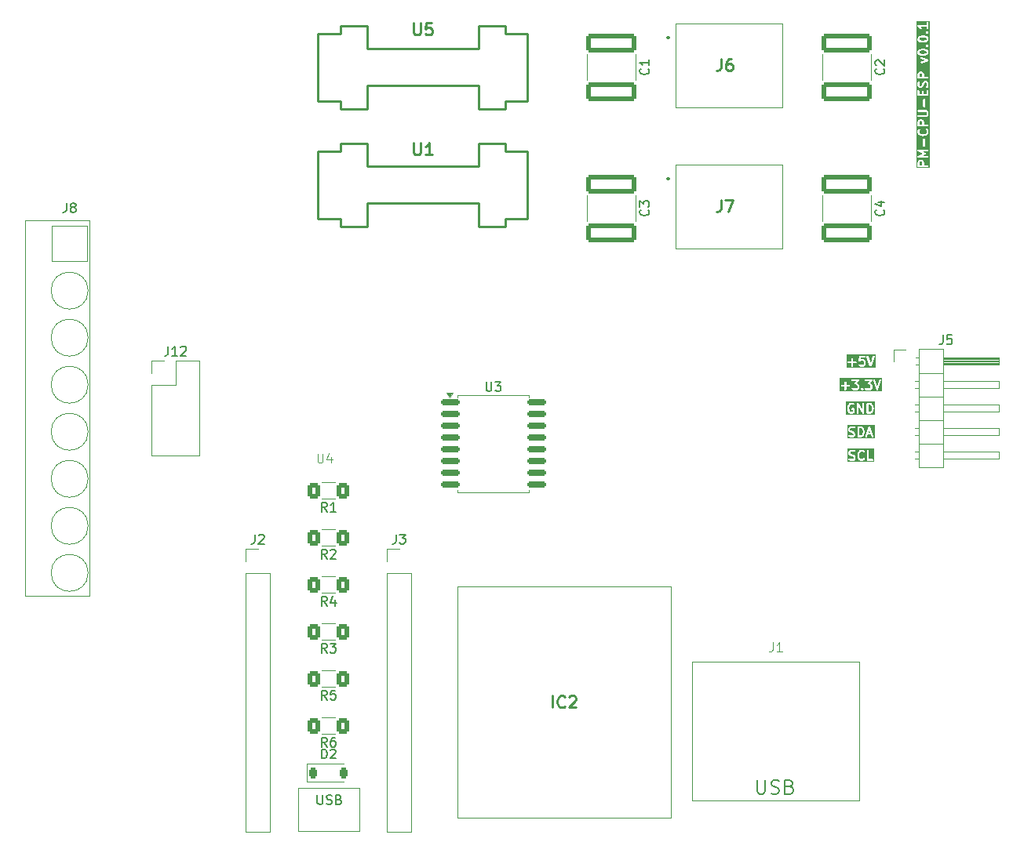
<source format=gbr>
%TF.GenerationSoftware,KiCad,Pcbnew,8.0.4-8.0.4-0~ubuntu22.04.1*%
%TF.CreationDate,2024-08-03T20:12:04+03:00*%
%TF.ProjectId,PM-CPU-ESP,504d2d43-5055-42d4-9553-502e6b696361,rev?*%
%TF.SameCoordinates,Original*%
%TF.FileFunction,Legend,Top*%
%TF.FilePolarity,Positive*%
%FSLAX46Y46*%
G04 Gerber Fmt 4.6, Leading zero omitted, Abs format (unit mm)*
G04 Created by KiCad (PCBNEW 8.0.4-8.0.4-0~ubuntu22.04.1) date 2024-08-03 20:12:04*
%MOMM*%
%LPD*%
G01*
G04 APERTURE LIST*
G04 Aperture macros list*
%AMRoundRect*
0 Rectangle with rounded corners*
0 $1 Rounding radius*
0 $2 $3 $4 $5 $6 $7 $8 $9 X,Y pos of 4 corners*
0 Add a 4 corners polygon primitive as box body*
4,1,4,$2,$3,$4,$5,$6,$7,$8,$9,$2,$3,0*
0 Add four circle primitives for the rounded corners*
1,1,$1+$1,$2,$3*
1,1,$1+$1,$4,$5*
1,1,$1+$1,$6,$7*
1,1,$1+$1,$8,$9*
0 Add four rect primitives between the rounded corners*
20,1,$1+$1,$2,$3,$4,$5,0*
20,1,$1+$1,$4,$5,$6,$7,0*
20,1,$1+$1,$6,$7,$8,$9,0*
20,1,$1+$1,$8,$9,$2,$3,0*%
G04 Aperture macros list end*
%ADD10C,0.200000*%
%ADD11C,0.150000*%
%ADD12C,0.100000*%
%ADD13C,0.254000*%
%ADD14C,0.120000*%
%ADD15C,0.300000*%
%ADD16R,1.700000X1.700000*%
%ADD17O,1.700000X1.700000*%
%ADD18RoundRect,0.250000X0.400000X0.625000X-0.400000X0.625000X-0.400000X-0.625000X0.400000X-0.625000X0*%
%ADD19C,2.500000*%
%ADD20R,1.524000X1.524000*%
%ADD21C,1.524000*%
%ADD22C,3.200000*%
%ADD23R,1.665000X1.665000*%
%ADD24C,1.665000*%
%ADD25RoundRect,0.150000X-0.875000X-0.150000X0.875000X-0.150000X0.875000X0.150000X-0.875000X0.150000X0*%
%ADD26RoundRect,0.249999X-2.450001X0.737501X-2.450001X-0.737501X2.450001X-0.737501X2.450001X0.737501X0*%
%ADD27C,1.950000*%
%ADD28RoundRect,0.225000X-0.225000X-0.375000X0.225000X-0.375000X0.225000X0.375000X-0.225000X0.375000X0*%
%ADD29C,2.650000*%
%ADD30C,2.350000*%
%ADD31R,3.500000X3.500000*%
%ADD32C,3.500000*%
G04 APERTURE END LIST*
D10*
G36*
X123245712Y-90883330D02*
G01*
X118683340Y-90883330D01*
X118683340Y-90271757D01*
X118794451Y-90271757D01*
X118794451Y-90310775D01*
X118809383Y-90346823D01*
X118836973Y-90374413D01*
X118873021Y-90389345D01*
X118892530Y-90391266D01*
X119173482Y-90391266D01*
X119173482Y-90672219D01*
X119175403Y-90691728D01*
X119190335Y-90727776D01*
X119217925Y-90755366D01*
X119253973Y-90770298D01*
X119292991Y-90770298D01*
X119329039Y-90755366D01*
X119356629Y-90727776D01*
X119371561Y-90691728D01*
X119373482Y-90672219D01*
X119373482Y-90391266D01*
X119654435Y-90391266D01*
X119673944Y-90389345D01*
X119709992Y-90374413D01*
X119737582Y-90346823D01*
X119752514Y-90310775D01*
X119752514Y-90271757D01*
X119737582Y-90235709D01*
X119709992Y-90208119D01*
X119673944Y-90193187D01*
X119654435Y-90191266D01*
X119373482Y-90191266D01*
X119373482Y-89910314D01*
X119371561Y-89890805D01*
X119356629Y-89854757D01*
X119329039Y-89827167D01*
X119292991Y-89812235D01*
X119253973Y-89812235D01*
X119217925Y-89827167D01*
X119190335Y-89854757D01*
X119175403Y-89890805D01*
X119173482Y-89910314D01*
X119173482Y-90191266D01*
X118892530Y-90191266D01*
X118873021Y-90193187D01*
X118836973Y-90208119D01*
X118809383Y-90235709D01*
X118794451Y-90271757D01*
X118683340Y-90271757D01*
X118683340Y-89652710D01*
X119937308Y-89652710D01*
X119937308Y-89691728D01*
X119952240Y-89727776D01*
X119979830Y-89755366D01*
X120015878Y-89770298D01*
X120035387Y-89772219D01*
X120434057Y-89772219D01*
X120245843Y-89987321D01*
X120239813Y-89995754D01*
X120237954Y-89997614D01*
X120237223Y-89999377D01*
X120234442Y-90003268D01*
X120229237Y-90018656D01*
X120223022Y-90033662D01*
X120223022Y-90037035D01*
X120221942Y-90040229D01*
X120223022Y-90056431D01*
X120223022Y-90072680D01*
X120224312Y-90075795D01*
X120224537Y-90079161D01*
X120231737Y-90093721D01*
X120237954Y-90108728D01*
X120240338Y-90111112D01*
X120241834Y-90114136D01*
X120254059Y-90124833D01*
X120265544Y-90136318D01*
X120268658Y-90137608D01*
X120271198Y-90139830D01*
X120286586Y-90145034D01*
X120301592Y-90151250D01*
X120306351Y-90151718D01*
X120308159Y-90152330D01*
X120310783Y-90152155D01*
X120321101Y-90153171D01*
X120440351Y-90153171D01*
X120499960Y-90182976D01*
X120524629Y-90207644D01*
X120554434Y-90267254D01*
X120554434Y-90458135D01*
X120524629Y-90517743D01*
X120499960Y-90542413D01*
X120440351Y-90572219D01*
X120201851Y-90572219D01*
X120142241Y-90542414D01*
X120106098Y-90506270D01*
X120090945Y-90493833D01*
X120054897Y-90478902D01*
X120015879Y-90478901D01*
X119979830Y-90493832D01*
X119952240Y-90521422D01*
X119937309Y-90557470D01*
X119937308Y-90596488D01*
X119952239Y-90632537D01*
X119964676Y-90647690D01*
X120012294Y-90695310D01*
X120019962Y-90701603D01*
X120021694Y-90703600D01*
X120024702Y-90705493D01*
X120027448Y-90707747D01*
X120029888Y-90708757D01*
X120038285Y-90714043D01*
X120133522Y-90761662D01*
X120151831Y-90768668D01*
X120155414Y-90768922D01*
X120158735Y-90770298D01*
X120178244Y-90772219D01*
X120463958Y-90772219D01*
X120483467Y-90770298D01*
X120486787Y-90768922D01*
X120490371Y-90768668D01*
X120508679Y-90761662D01*
X120603917Y-90714043D01*
X120612312Y-90708758D01*
X120614754Y-90707747D01*
X120617501Y-90705491D01*
X120620507Y-90703600D01*
X120622237Y-90701605D01*
X120629907Y-90695310D01*
X120677526Y-90647690D01*
X120683818Y-90640023D01*
X120685815Y-90638292D01*
X120687708Y-90635284D01*
X120689963Y-90632537D01*
X120690974Y-90630095D01*
X120696258Y-90621701D01*
X120704563Y-90605091D01*
X120937308Y-90605091D01*
X120937308Y-90644109D01*
X120943771Y-90659711D01*
X120952240Y-90680158D01*
X120952244Y-90680162D01*
X120964676Y-90695311D01*
X121012295Y-90742929D01*
X121027448Y-90755366D01*
X121036451Y-90759095D01*
X121063497Y-90770298D01*
X121102515Y-90770298D01*
X121138563Y-90755366D01*
X121153717Y-90742930D01*
X121201335Y-90695311D01*
X121213772Y-90680158D01*
X121220524Y-90663856D01*
X121228703Y-90644110D01*
X121228704Y-90605092D01*
X121213773Y-90569043D01*
X121201336Y-90553890D01*
X121153717Y-90506270D01*
X121138564Y-90493833D01*
X121123632Y-90487648D01*
X121102515Y-90478901D01*
X121063497Y-90478901D01*
X121052939Y-90483274D01*
X121027449Y-90493832D01*
X121027448Y-90493833D01*
X121012294Y-90506270D01*
X120964676Y-90553890D01*
X120952239Y-90569043D01*
X120942226Y-90593219D01*
X120937308Y-90605091D01*
X120704563Y-90605091D01*
X120743877Y-90526464D01*
X120750883Y-90508155D01*
X120751137Y-90504571D01*
X120752513Y-90501251D01*
X120754434Y-90481742D01*
X120754434Y-90243647D01*
X120752513Y-90224138D01*
X120751137Y-90220817D01*
X120750883Y-90217234D01*
X120743877Y-90198925D01*
X120696258Y-90103688D01*
X120690972Y-90095291D01*
X120689962Y-90092851D01*
X120687708Y-90090105D01*
X120685815Y-90087097D01*
X120683817Y-90085364D01*
X120677525Y-90077698D01*
X120629907Y-90030079D01*
X120622236Y-90023784D01*
X120620507Y-90021790D01*
X120617499Y-90019896D01*
X120614753Y-90017643D01*
X120612313Y-90016632D01*
X120603917Y-90011347D01*
X120525069Y-89971923D01*
X120729692Y-89738069D01*
X120735721Y-89729635D01*
X120737581Y-89727776D01*
X120738311Y-89726012D01*
X120741093Y-89722122D01*
X120746297Y-89706733D01*
X120752513Y-89691728D01*
X120752513Y-89688354D01*
X120753593Y-89685161D01*
X120752513Y-89668958D01*
X120752513Y-89652710D01*
X121365879Y-89652710D01*
X121365879Y-89691728D01*
X121380811Y-89727776D01*
X121408401Y-89755366D01*
X121444449Y-89770298D01*
X121463958Y-89772219D01*
X121862628Y-89772219D01*
X121674414Y-89987321D01*
X121668384Y-89995754D01*
X121666525Y-89997614D01*
X121665794Y-89999377D01*
X121663013Y-90003268D01*
X121657808Y-90018656D01*
X121651593Y-90033662D01*
X121651593Y-90037035D01*
X121650513Y-90040229D01*
X121651593Y-90056431D01*
X121651593Y-90072680D01*
X121652883Y-90075795D01*
X121653108Y-90079161D01*
X121660308Y-90093721D01*
X121666525Y-90108728D01*
X121668909Y-90111112D01*
X121670405Y-90114136D01*
X121682630Y-90124833D01*
X121694115Y-90136318D01*
X121697229Y-90137608D01*
X121699769Y-90139830D01*
X121715157Y-90145034D01*
X121730163Y-90151250D01*
X121734922Y-90151718D01*
X121736730Y-90152330D01*
X121739354Y-90152155D01*
X121749672Y-90153171D01*
X121868922Y-90153171D01*
X121928531Y-90182976D01*
X121953200Y-90207644D01*
X121983005Y-90267254D01*
X121983005Y-90458135D01*
X121953200Y-90517743D01*
X121928531Y-90542413D01*
X121868922Y-90572219D01*
X121630422Y-90572219D01*
X121570812Y-90542414D01*
X121534669Y-90506270D01*
X121519516Y-90493833D01*
X121483468Y-90478902D01*
X121444450Y-90478901D01*
X121408401Y-90493832D01*
X121380811Y-90521422D01*
X121365880Y-90557470D01*
X121365879Y-90596488D01*
X121380810Y-90632537D01*
X121393247Y-90647690D01*
X121440865Y-90695310D01*
X121448533Y-90701603D01*
X121450265Y-90703600D01*
X121453273Y-90705493D01*
X121456019Y-90707747D01*
X121458459Y-90708757D01*
X121466856Y-90714043D01*
X121562093Y-90761662D01*
X121580402Y-90768668D01*
X121583985Y-90768922D01*
X121587306Y-90770298D01*
X121606815Y-90772219D01*
X121892529Y-90772219D01*
X121912038Y-90770298D01*
X121915358Y-90768922D01*
X121918942Y-90768668D01*
X121937250Y-90761662D01*
X122032488Y-90714043D01*
X122040883Y-90708758D01*
X122043325Y-90707747D01*
X122046072Y-90705491D01*
X122049078Y-90703600D01*
X122050808Y-90701605D01*
X122058478Y-90695310D01*
X122106097Y-90647690D01*
X122112389Y-90640023D01*
X122114386Y-90638292D01*
X122116279Y-90635284D01*
X122118534Y-90632537D01*
X122119545Y-90630095D01*
X122124829Y-90621701D01*
X122172448Y-90526464D01*
X122179454Y-90508155D01*
X122179708Y-90504571D01*
X122181084Y-90501251D01*
X122183005Y-90481742D01*
X122183005Y-90243647D01*
X122181084Y-90224138D01*
X122179708Y-90220817D01*
X122179454Y-90217234D01*
X122172448Y-90198925D01*
X122124829Y-90103688D01*
X122119543Y-90095291D01*
X122118533Y-90092851D01*
X122116279Y-90090105D01*
X122114386Y-90087097D01*
X122112388Y-90085364D01*
X122106096Y-90077698D01*
X122058478Y-90030079D01*
X122050807Y-90023784D01*
X122049078Y-90021790D01*
X122046070Y-90019896D01*
X122043324Y-90017643D01*
X122040884Y-90016632D01*
X122032488Y-90011347D01*
X121953640Y-89971923D01*
X122158263Y-89738069D01*
X122164292Y-89729635D01*
X122166152Y-89727776D01*
X122166882Y-89726012D01*
X122169664Y-89722122D01*
X122174868Y-89706733D01*
X122181084Y-89691728D01*
X122181084Y-89688354D01*
X122182164Y-89685161D01*
X122182135Y-89684726D01*
X122269505Y-89684726D01*
X122273852Y-89703842D01*
X122607185Y-90703841D01*
X122615176Y-90721742D01*
X122619859Y-90727141D01*
X122623054Y-90733531D01*
X122632525Y-90741746D01*
X122640741Y-90751218D01*
X122647129Y-90754412D01*
X122652530Y-90759096D01*
X122664431Y-90763063D01*
X122675640Y-90768667D01*
X122682764Y-90769173D01*
X122689546Y-90771434D01*
X122702055Y-90770544D01*
X122714560Y-90771434D01*
X122721338Y-90769174D01*
X122728466Y-90768668D01*
X122739682Y-90763059D01*
X122751576Y-90759095D01*
X122756973Y-90754414D01*
X122763365Y-90751218D01*
X122771583Y-90741742D01*
X122781052Y-90733530D01*
X122784245Y-90727143D01*
X122788930Y-90721742D01*
X122796921Y-90703842D01*
X123130254Y-89703842D01*
X123134601Y-89684727D01*
X123131835Y-89645807D01*
X123114385Y-89610908D01*
X123084909Y-89585343D01*
X123047893Y-89573004D01*
X123008973Y-89575771D01*
X122974074Y-89593220D01*
X122948509Y-89622696D01*
X122940518Y-89640597D01*
X122702053Y-90355991D01*
X122463588Y-89640596D01*
X122455597Y-89622696D01*
X122430032Y-89593220D01*
X122395133Y-89575770D01*
X122356213Y-89573004D01*
X122319197Y-89585342D01*
X122289721Y-89610907D01*
X122272271Y-89645806D01*
X122269505Y-89684726D01*
X122182135Y-89684726D01*
X122181084Y-89668958D01*
X122181084Y-89652710D01*
X122179793Y-89649594D01*
X122179569Y-89646229D01*
X122172366Y-89631663D01*
X122166152Y-89616662D01*
X122163768Y-89614278D01*
X122162273Y-89611254D01*
X122150039Y-89600549D01*
X122138562Y-89589072D01*
X122135448Y-89587782D01*
X122132909Y-89585560D01*
X122117517Y-89580354D01*
X122102514Y-89574140D01*
X122097754Y-89573671D01*
X122095947Y-89573060D01*
X122093322Y-89573234D01*
X122083005Y-89572219D01*
X121463958Y-89572219D01*
X121444449Y-89574140D01*
X121408401Y-89589072D01*
X121380811Y-89616662D01*
X121365879Y-89652710D01*
X120752513Y-89652710D01*
X120751222Y-89649594D01*
X120750998Y-89646229D01*
X120743795Y-89631663D01*
X120737581Y-89616662D01*
X120735197Y-89614278D01*
X120733702Y-89611254D01*
X120721468Y-89600549D01*
X120709991Y-89589072D01*
X120706877Y-89587782D01*
X120704338Y-89585560D01*
X120688946Y-89580354D01*
X120673943Y-89574140D01*
X120669183Y-89573671D01*
X120667376Y-89573060D01*
X120664751Y-89573234D01*
X120654434Y-89572219D01*
X120035387Y-89572219D01*
X120015878Y-89574140D01*
X119979830Y-89589072D01*
X119952240Y-89616662D01*
X119937308Y-89652710D01*
X118683340Y-89652710D01*
X118683340Y-89461108D01*
X123245712Y-89461108D01*
X123245712Y-90883330D01*
G37*
G36*
X121005176Y-94887240D02*
G01*
X121072249Y-94954313D01*
X121107701Y-95025218D01*
X121149672Y-95193099D01*
X121149672Y-95311337D01*
X121107701Y-95479218D01*
X121072248Y-95550124D01*
X121005177Y-95617197D01*
X120900112Y-95652219D01*
X120778244Y-95652219D01*
X120778244Y-94852219D01*
X120900112Y-94852219D01*
X121005176Y-94887240D01*
G37*
G36*
X121968073Y-95366504D02*
G01*
X121769368Y-95366504D01*
X121868720Y-95068446D01*
X121968073Y-95366504D01*
G37*
G36*
X122412379Y-95963330D02*
G01*
X119467133Y-95963330D01*
X119467133Y-94942695D01*
X119578244Y-94942695D01*
X119578244Y-95037933D01*
X119580165Y-95057442D01*
X119581540Y-95060762D01*
X119581795Y-95064346D01*
X119588801Y-95082654D01*
X119636420Y-95177892D01*
X119641705Y-95186288D01*
X119642716Y-95188728D01*
X119644969Y-95191474D01*
X119646863Y-95194482D01*
X119648857Y-95196211D01*
X119655152Y-95203882D01*
X119702771Y-95251500D01*
X119710437Y-95257792D01*
X119712170Y-95259790D01*
X119715178Y-95261683D01*
X119717924Y-95263937D01*
X119720364Y-95264947D01*
X119728761Y-95270233D01*
X119823998Y-95317852D01*
X119825426Y-95318398D01*
X119826006Y-95318828D01*
X119834182Y-95321749D01*
X119842307Y-95324858D01*
X119843027Y-95324909D01*
X119844466Y-95325423D01*
X120024291Y-95370379D01*
X120095198Y-95405833D01*
X120119867Y-95430501D01*
X120149672Y-95490111D01*
X120149672Y-95538135D01*
X120119867Y-95597743D01*
X120095198Y-95622413D01*
X120035589Y-95652219D01*
X119837327Y-95652219D01*
X119709867Y-95609732D01*
X119690751Y-95605385D01*
X119651831Y-95608151D01*
X119616932Y-95625601D01*
X119591367Y-95655077D01*
X119579029Y-95692093D01*
X119581795Y-95731013D01*
X119599245Y-95765912D01*
X119628721Y-95791477D01*
X119646621Y-95799468D01*
X119789478Y-95847087D01*
X119799150Y-95849286D01*
X119801592Y-95850298D01*
X119805129Y-95850646D01*
X119808593Y-95851434D01*
X119811227Y-95851246D01*
X119821101Y-95852219D01*
X120059196Y-95852219D01*
X120078705Y-95850298D01*
X120082025Y-95848922D01*
X120085609Y-95848668D01*
X120103917Y-95841662D01*
X120199155Y-95794043D01*
X120207550Y-95788758D01*
X120209992Y-95787747D01*
X120212739Y-95785491D01*
X120215745Y-95783600D01*
X120217475Y-95781605D01*
X120225145Y-95775310D01*
X120272764Y-95727690D01*
X120279056Y-95720023D01*
X120281053Y-95718292D01*
X120282946Y-95715284D01*
X120285201Y-95712537D01*
X120286212Y-95710095D01*
X120291496Y-95701701D01*
X120339115Y-95606464D01*
X120346121Y-95588155D01*
X120346375Y-95584571D01*
X120347751Y-95581251D01*
X120349672Y-95561742D01*
X120349672Y-95466504D01*
X120347751Y-95446995D01*
X120346375Y-95443674D01*
X120346121Y-95440091D01*
X120339115Y-95421782D01*
X120291496Y-95326545D01*
X120286210Y-95318148D01*
X120285200Y-95315708D01*
X120282946Y-95312962D01*
X120281053Y-95309954D01*
X120279055Y-95308221D01*
X120272763Y-95300555D01*
X120225145Y-95252936D01*
X120217474Y-95246641D01*
X120215745Y-95244647D01*
X120212737Y-95242753D01*
X120209991Y-95240500D01*
X120207551Y-95239489D01*
X120199155Y-95234204D01*
X120103917Y-95186585D01*
X120102490Y-95186039D01*
X120101910Y-95185609D01*
X120093733Y-95182687D01*
X120085609Y-95179579D01*
X120084886Y-95179527D01*
X120083449Y-95179014D01*
X119903624Y-95134057D01*
X119832717Y-95098604D01*
X119808049Y-95073935D01*
X119778244Y-95014325D01*
X119778244Y-94966302D01*
X119808049Y-94906692D01*
X119832717Y-94882023D01*
X119892327Y-94852219D01*
X120090588Y-94852219D01*
X120218049Y-94894706D01*
X120237164Y-94899053D01*
X120276084Y-94896287D01*
X120310983Y-94878837D01*
X120336548Y-94849361D01*
X120348887Y-94812345D01*
X120346120Y-94773425D01*
X120335517Y-94752219D01*
X120578244Y-94752219D01*
X120578244Y-95752219D01*
X120580165Y-95771728D01*
X120595097Y-95807776D01*
X120622687Y-95835366D01*
X120658735Y-95850298D01*
X120678244Y-95852219D01*
X120916339Y-95852219D01*
X120926212Y-95851246D01*
X120928846Y-95851434D01*
X120932309Y-95850646D01*
X120935848Y-95850298D01*
X120938290Y-95849286D01*
X120947962Y-95847087D01*
X121090818Y-95799468D01*
X121108719Y-95791477D01*
X121111434Y-95789122D01*
X121114754Y-95787747D01*
X121129907Y-95775310D01*
X121165505Y-95739712D01*
X121436172Y-95739712D01*
X121438938Y-95778632D01*
X121456388Y-95813531D01*
X121485864Y-95839096D01*
X121522880Y-95851434D01*
X121561800Y-95848668D01*
X121596699Y-95831218D01*
X121622264Y-95801742D01*
X121630255Y-95783842D01*
X121702701Y-95566504D01*
X122034739Y-95566504D01*
X122107185Y-95783841D01*
X122115176Y-95801742D01*
X122140741Y-95831218D01*
X122175640Y-95848667D01*
X122214560Y-95851434D01*
X122251576Y-95839095D01*
X122281052Y-95813530D01*
X122298502Y-95778631D01*
X122301268Y-95739711D01*
X122296921Y-95720596D01*
X121963588Y-94720596D01*
X121955597Y-94702696D01*
X121950912Y-94697294D01*
X121947719Y-94690908D01*
X121938250Y-94682695D01*
X121930032Y-94673220D01*
X121923640Y-94670023D01*
X121918243Y-94665343D01*
X121906349Y-94661378D01*
X121895133Y-94655770D01*
X121888005Y-94655263D01*
X121881227Y-94653004D01*
X121868722Y-94653893D01*
X121856213Y-94653004D01*
X121849431Y-94655264D01*
X121842307Y-94655771D01*
X121831098Y-94661374D01*
X121819197Y-94665342D01*
X121813796Y-94670025D01*
X121807408Y-94673220D01*
X121799192Y-94682691D01*
X121789721Y-94690907D01*
X121786526Y-94697296D01*
X121781843Y-94702696D01*
X121773852Y-94720597D01*
X121440519Y-95720596D01*
X121436172Y-95739712D01*
X121165505Y-95739712D01*
X121225145Y-95680071D01*
X121231437Y-95672404D01*
X121233434Y-95670673D01*
X121235327Y-95667665D01*
X121237582Y-95664918D01*
X121238593Y-95662476D01*
X121243877Y-95654082D01*
X121291496Y-95558845D01*
X121292042Y-95557416D01*
X121292472Y-95556837D01*
X121295393Y-95548660D01*
X121298502Y-95540536D01*
X121298553Y-95539815D01*
X121299067Y-95538377D01*
X121346686Y-95347901D01*
X121347186Y-95344519D01*
X121347751Y-95343156D01*
X121348474Y-95335805D01*
X121349554Y-95328508D01*
X121349336Y-95327049D01*
X121349672Y-95323647D01*
X121349672Y-95180790D01*
X121349336Y-95177387D01*
X121349554Y-95175929D01*
X121348474Y-95168631D01*
X121347751Y-95161281D01*
X121347186Y-95159917D01*
X121346686Y-95156536D01*
X121299067Y-94966060D01*
X121298553Y-94964621D01*
X121298502Y-94963901D01*
X121295393Y-94955776D01*
X121292472Y-94947600D01*
X121292042Y-94947020D01*
X121291496Y-94945592D01*
X121243877Y-94850355D01*
X121238590Y-94841956D01*
X121237581Y-94839519D01*
X121235329Y-94836775D01*
X121233434Y-94833764D01*
X121231436Y-94832031D01*
X121225145Y-94824365D01*
X121129907Y-94729127D01*
X121114753Y-94716691D01*
X121111434Y-94715316D01*
X121108719Y-94712961D01*
X121090818Y-94704970D01*
X120947962Y-94657351D01*
X120938290Y-94655151D01*
X120935848Y-94654140D01*
X120932309Y-94653791D01*
X120928846Y-94653004D01*
X120926212Y-94653191D01*
X120916339Y-94652219D01*
X120678244Y-94652219D01*
X120658735Y-94654140D01*
X120622687Y-94669072D01*
X120595097Y-94696662D01*
X120580165Y-94732710D01*
X120578244Y-94752219D01*
X120335517Y-94752219D01*
X120328671Y-94738526D01*
X120299195Y-94712961D01*
X120281294Y-94704970D01*
X120138438Y-94657351D01*
X120128766Y-94655151D01*
X120126324Y-94654140D01*
X120122785Y-94653791D01*
X120119322Y-94653004D01*
X120116688Y-94653191D01*
X120106815Y-94652219D01*
X119868720Y-94652219D01*
X119849211Y-94654140D01*
X119845890Y-94655515D01*
X119842307Y-94655770D01*
X119823998Y-94662776D01*
X119728761Y-94710395D01*
X119720364Y-94715680D01*
X119717924Y-94716691D01*
X119715178Y-94718944D01*
X119712170Y-94720838D01*
X119710437Y-94722835D01*
X119702771Y-94729128D01*
X119655152Y-94776746D01*
X119648857Y-94784416D01*
X119646863Y-94786146D01*
X119644969Y-94789153D01*
X119642716Y-94791900D01*
X119641705Y-94794339D01*
X119636420Y-94802736D01*
X119588801Y-94897974D01*
X119581795Y-94916282D01*
X119581540Y-94919865D01*
X119580165Y-94923186D01*
X119578244Y-94942695D01*
X119467133Y-94942695D01*
X119467133Y-94541108D01*
X122412379Y-94541108D01*
X122412379Y-95963330D01*
G37*
G36*
X121981367Y-92347240D02*
G01*
X122048440Y-92414313D01*
X122083892Y-92485218D01*
X122125863Y-92653099D01*
X122125863Y-92771337D01*
X122083892Y-92939218D01*
X122048439Y-93010124D01*
X121981368Y-93077197D01*
X121876303Y-93112219D01*
X121754435Y-93112219D01*
X121754435Y-92312219D01*
X121876303Y-92312219D01*
X121981367Y-92347240D01*
G37*
G36*
X122436974Y-93423330D02*
G01*
X119348086Y-93423330D01*
X119348086Y-92640790D01*
X119459197Y-92640790D01*
X119459197Y-92783647D01*
X119459532Y-92787049D01*
X119459315Y-92788508D01*
X119460394Y-92795805D01*
X119461118Y-92803156D01*
X119461682Y-92804519D01*
X119462183Y-92807901D01*
X119509802Y-92998376D01*
X119510315Y-92999813D01*
X119510367Y-93000536D01*
X119513475Y-93008660D01*
X119516397Y-93016837D01*
X119516827Y-93017417D01*
X119517373Y-93018844D01*
X119564992Y-93114082D01*
X119570274Y-93122474D01*
X119571287Y-93124918D01*
X119573543Y-93127667D01*
X119575435Y-93130672D01*
X119577429Y-93132401D01*
X119583724Y-93140071D01*
X119678962Y-93235311D01*
X119694115Y-93247747D01*
X119697434Y-93249122D01*
X119700150Y-93251477D01*
X119718050Y-93259468D01*
X119860907Y-93307087D01*
X119870579Y-93309286D01*
X119873021Y-93310298D01*
X119876558Y-93310646D01*
X119880022Y-93311434D01*
X119882656Y-93311246D01*
X119892530Y-93312219D01*
X119987768Y-93312219D01*
X119997641Y-93311246D01*
X120000275Y-93311434D01*
X120003738Y-93310646D01*
X120007277Y-93310298D01*
X120009719Y-93309286D01*
X120019391Y-93307087D01*
X120162247Y-93259468D01*
X120180148Y-93251477D01*
X120182863Y-93249122D01*
X120186183Y-93247747D01*
X120201336Y-93235310D01*
X120248955Y-93187690D01*
X120261392Y-93172537D01*
X120276323Y-93136488D01*
X120278244Y-93116980D01*
X120278244Y-92783647D01*
X120276323Y-92764138D01*
X120261391Y-92728090D01*
X120233801Y-92700500D01*
X120197753Y-92685568D01*
X120178244Y-92683647D01*
X119987768Y-92683647D01*
X119968259Y-92685568D01*
X119932211Y-92700500D01*
X119904621Y-92728090D01*
X119889689Y-92764138D01*
X119889689Y-92803156D01*
X119904621Y-92839204D01*
X119932211Y-92866794D01*
X119968259Y-92881726D01*
X119987768Y-92883647D01*
X120078244Y-92883647D01*
X120078244Y-93075559D01*
X120076605Y-93077197D01*
X119971541Y-93112219D01*
X119908756Y-93112219D01*
X119803691Y-93077197D01*
X119736621Y-93010127D01*
X119701167Y-92939218D01*
X119659197Y-92771337D01*
X119659197Y-92653100D01*
X119701167Y-92485218D01*
X119736620Y-92414312D01*
X119803692Y-92347240D01*
X119908756Y-92312219D01*
X120011780Y-92312219D01*
X120085903Y-92349281D01*
X120104212Y-92356287D01*
X120143132Y-92359053D01*
X120180148Y-92346714D01*
X120209625Y-92321149D01*
X120227074Y-92286251D01*
X120229839Y-92247331D01*
X120218136Y-92212219D01*
X120506816Y-92212219D01*
X120506816Y-93212219D01*
X120508737Y-93231728D01*
X120523669Y-93267776D01*
X120551259Y-93295366D01*
X120587307Y-93310298D01*
X120626325Y-93310298D01*
X120662373Y-93295366D01*
X120689963Y-93267776D01*
X120704895Y-93231728D01*
X120706816Y-93212219D01*
X120706816Y-92588775D01*
X121091420Y-93261833D01*
X121094338Y-93265943D01*
X121095097Y-93267776D01*
X121096963Y-93269642D01*
X121102767Y-93277818D01*
X121113283Y-93285962D01*
X121122687Y-93295366D01*
X121128574Y-93297804D01*
X121133616Y-93301709D01*
X121146448Y-93305208D01*
X121158735Y-93310298D01*
X121165111Y-93310298D01*
X121171260Y-93311975D01*
X121184453Y-93310298D01*
X121197753Y-93310298D01*
X121203641Y-93307858D01*
X121209966Y-93307055D01*
X121221515Y-93300454D01*
X121233801Y-93295366D01*
X121238308Y-93290858D01*
X121243843Y-93287696D01*
X121251987Y-93277179D01*
X121261391Y-93267776D01*
X121263829Y-93261888D01*
X121267734Y-93256847D01*
X121271233Y-93244014D01*
X121276323Y-93231728D01*
X121277305Y-93221750D01*
X121278000Y-93219204D01*
X121277749Y-93217236D01*
X121278244Y-93212219D01*
X121278244Y-92212219D01*
X121554435Y-92212219D01*
X121554435Y-93212219D01*
X121556356Y-93231728D01*
X121571288Y-93267776D01*
X121598878Y-93295366D01*
X121634926Y-93310298D01*
X121654435Y-93312219D01*
X121892530Y-93312219D01*
X121902403Y-93311246D01*
X121905037Y-93311434D01*
X121908500Y-93310646D01*
X121912039Y-93310298D01*
X121914481Y-93309286D01*
X121924153Y-93307087D01*
X122067009Y-93259468D01*
X122084910Y-93251477D01*
X122087625Y-93249122D01*
X122090945Y-93247747D01*
X122106098Y-93235310D01*
X122201336Y-93140071D01*
X122207628Y-93132404D01*
X122209625Y-93130673D01*
X122211518Y-93127665D01*
X122213773Y-93124918D01*
X122214784Y-93122476D01*
X122220068Y-93114082D01*
X122267687Y-93018845D01*
X122268233Y-93017416D01*
X122268663Y-93016837D01*
X122271584Y-93008660D01*
X122274693Y-93000536D01*
X122274744Y-92999815D01*
X122275258Y-92998377D01*
X122322877Y-92807901D01*
X122323377Y-92804519D01*
X122323942Y-92803156D01*
X122324665Y-92795805D01*
X122325745Y-92788508D01*
X122325527Y-92787049D01*
X122325863Y-92783647D01*
X122325863Y-92640790D01*
X122325527Y-92637387D01*
X122325745Y-92635929D01*
X122324665Y-92628631D01*
X122323942Y-92621281D01*
X122323377Y-92619917D01*
X122322877Y-92616536D01*
X122275258Y-92426060D01*
X122274744Y-92424621D01*
X122274693Y-92423901D01*
X122271584Y-92415776D01*
X122268663Y-92407600D01*
X122268233Y-92407020D01*
X122267687Y-92405592D01*
X122220068Y-92310355D01*
X122214781Y-92301956D01*
X122213772Y-92299519D01*
X122211520Y-92296775D01*
X122209625Y-92293764D01*
X122207627Y-92292031D01*
X122201336Y-92284365D01*
X122106098Y-92189127D01*
X122090944Y-92176691D01*
X122087625Y-92175316D01*
X122084910Y-92172961D01*
X122067009Y-92164970D01*
X121924153Y-92117351D01*
X121914481Y-92115151D01*
X121912039Y-92114140D01*
X121908500Y-92113791D01*
X121905037Y-92113004D01*
X121902403Y-92113191D01*
X121892530Y-92112219D01*
X121654435Y-92112219D01*
X121634926Y-92114140D01*
X121598878Y-92129072D01*
X121571288Y-92156662D01*
X121556356Y-92192710D01*
X121554435Y-92212219D01*
X121278244Y-92212219D01*
X121276323Y-92192710D01*
X121261391Y-92156662D01*
X121233801Y-92129072D01*
X121197753Y-92114140D01*
X121158735Y-92114140D01*
X121122687Y-92129072D01*
X121095097Y-92156662D01*
X121080165Y-92192710D01*
X121078244Y-92212219D01*
X121078244Y-92835662D01*
X120693640Y-92162605D01*
X120690721Y-92158494D01*
X120689963Y-92156662D01*
X120688096Y-92154795D01*
X120682293Y-92146620D01*
X120671778Y-92138477D01*
X120662373Y-92129072D01*
X120656482Y-92126632D01*
X120651444Y-92122730D01*
X120638615Y-92119231D01*
X120626325Y-92114140D01*
X120619950Y-92114140D01*
X120613801Y-92112463D01*
X120600608Y-92114140D01*
X120587307Y-92114140D01*
X120581418Y-92116579D01*
X120575094Y-92117383D01*
X120563544Y-92123983D01*
X120551259Y-92129072D01*
X120546751Y-92133579D01*
X120541217Y-92136742D01*
X120533074Y-92147256D01*
X120523669Y-92156662D01*
X120521229Y-92162552D01*
X120517327Y-92167591D01*
X120513828Y-92180419D01*
X120508737Y-92192710D01*
X120507754Y-92202687D01*
X120507060Y-92205234D01*
X120507310Y-92207201D01*
X120506816Y-92212219D01*
X120218136Y-92212219D01*
X120217501Y-92210315D01*
X120191936Y-92180838D01*
X120175346Y-92170395D01*
X120080108Y-92122776D01*
X120061800Y-92115770D01*
X120058216Y-92115515D01*
X120054896Y-92114140D01*
X120035387Y-92112219D01*
X119892530Y-92112219D01*
X119882656Y-92113191D01*
X119880022Y-92113004D01*
X119876558Y-92113791D01*
X119873021Y-92114140D01*
X119870579Y-92115151D01*
X119860907Y-92117351D01*
X119718050Y-92164970D01*
X119700150Y-92172961D01*
X119697434Y-92175316D01*
X119694116Y-92176691D01*
X119678962Y-92189127D01*
X119583724Y-92284365D01*
X119577429Y-92292035D01*
X119575435Y-92293765D01*
X119573541Y-92296772D01*
X119571288Y-92299519D01*
X119570277Y-92301958D01*
X119564992Y-92310355D01*
X119517373Y-92405593D01*
X119516827Y-92407019D01*
X119516397Y-92407600D01*
X119513475Y-92415776D01*
X119510367Y-92423901D01*
X119510315Y-92424623D01*
X119509802Y-92426061D01*
X119462183Y-92616536D01*
X119461682Y-92619917D01*
X119461118Y-92621281D01*
X119460394Y-92628631D01*
X119459315Y-92635929D01*
X119459532Y-92637387D01*
X119459197Y-92640790D01*
X119348086Y-92640790D01*
X119348086Y-92001108D01*
X122436974Y-92001108D01*
X122436974Y-93423330D01*
G37*
G36*
X122387434Y-98503330D02*
G01*
X119490943Y-98503330D01*
X119490943Y-97482695D01*
X119602054Y-97482695D01*
X119602054Y-97577933D01*
X119603975Y-97597442D01*
X119605350Y-97600762D01*
X119605605Y-97604346D01*
X119612611Y-97622654D01*
X119660230Y-97717892D01*
X119665515Y-97726288D01*
X119666526Y-97728728D01*
X119668779Y-97731474D01*
X119670673Y-97734482D01*
X119672667Y-97736211D01*
X119678962Y-97743882D01*
X119726581Y-97791500D01*
X119734247Y-97797792D01*
X119735980Y-97799790D01*
X119738988Y-97801683D01*
X119741734Y-97803937D01*
X119744174Y-97804947D01*
X119752571Y-97810233D01*
X119847808Y-97857852D01*
X119849236Y-97858398D01*
X119849816Y-97858828D01*
X119857992Y-97861749D01*
X119866117Y-97864858D01*
X119866837Y-97864909D01*
X119868276Y-97865423D01*
X120048101Y-97910379D01*
X120119008Y-97945833D01*
X120143677Y-97970501D01*
X120173482Y-98030111D01*
X120173482Y-98078135D01*
X120143677Y-98137743D01*
X120119008Y-98162413D01*
X120059399Y-98192219D01*
X119861137Y-98192219D01*
X119733677Y-98149732D01*
X119714561Y-98145385D01*
X119675641Y-98148151D01*
X119640742Y-98165601D01*
X119615177Y-98195077D01*
X119602839Y-98232093D01*
X119605605Y-98271013D01*
X119623055Y-98305912D01*
X119652531Y-98331477D01*
X119670431Y-98339468D01*
X119813288Y-98387087D01*
X119822960Y-98389286D01*
X119825402Y-98390298D01*
X119828939Y-98390646D01*
X119832403Y-98391434D01*
X119835037Y-98391246D01*
X119844911Y-98392219D01*
X120083006Y-98392219D01*
X120102515Y-98390298D01*
X120105835Y-98388922D01*
X120109419Y-98388668D01*
X120127727Y-98381662D01*
X120222965Y-98334043D01*
X120231360Y-98328758D01*
X120233802Y-98327747D01*
X120236549Y-98325491D01*
X120239555Y-98323600D01*
X120241285Y-98321605D01*
X120248955Y-98315310D01*
X120296574Y-98267690D01*
X120302866Y-98260023D01*
X120304863Y-98258292D01*
X120306756Y-98255284D01*
X120309011Y-98252537D01*
X120310022Y-98250095D01*
X120315306Y-98241701D01*
X120362925Y-98146464D01*
X120369931Y-98128155D01*
X120370185Y-98124571D01*
X120371561Y-98121251D01*
X120373482Y-98101742D01*
X120373482Y-98006504D01*
X120371561Y-97986995D01*
X120370185Y-97983674D01*
X120369931Y-97980091D01*
X120362925Y-97961782D01*
X120315306Y-97866545D01*
X120310020Y-97858148D01*
X120309010Y-97855708D01*
X120306756Y-97852962D01*
X120304863Y-97849954D01*
X120302865Y-97848221D01*
X120296573Y-97840555D01*
X120248955Y-97792936D01*
X120241284Y-97786641D01*
X120239555Y-97784647D01*
X120236547Y-97782753D01*
X120233801Y-97780500D01*
X120231361Y-97779489D01*
X120222965Y-97774204D01*
X120127727Y-97726585D01*
X120126300Y-97726039D01*
X120125720Y-97725609D01*
X120117543Y-97722687D01*
X120112584Y-97720790D01*
X120554435Y-97720790D01*
X120554435Y-97863647D01*
X120554770Y-97867049D01*
X120554553Y-97868508D01*
X120555632Y-97875805D01*
X120556356Y-97883156D01*
X120556920Y-97884519D01*
X120557421Y-97887901D01*
X120605040Y-98078376D01*
X120605553Y-98079813D01*
X120605605Y-98080536D01*
X120608713Y-98088660D01*
X120611635Y-98096837D01*
X120612065Y-98097417D01*
X120612611Y-98098844D01*
X120660230Y-98194082D01*
X120665512Y-98202474D01*
X120666525Y-98204918D01*
X120668781Y-98207667D01*
X120670673Y-98210672D01*
X120672667Y-98212401D01*
X120678962Y-98220071D01*
X120774200Y-98315311D01*
X120789353Y-98327747D01*
X120792672Y-98329122D01*
X120795388Y-98331477D01*
X120813288Y-98339468D01*
X120956145Y-98387087D01*
X120965817Y-98389286D01*
X120968259Y-98390298D01*
X120971796Y-98390646D01*
X120975260Y-98391434D01*
X120977894Y-98391246D01*
X120987768Y-98392219D01*
X121083006Y-98392219D01*
X121092879Y-98391246D01*
X121095513Y-98391434D01*
X121098976Y-98390646D01*
X121102515Y-98390298D01*
X121104957Y-98389286D01*
X121114629Y-98387087D01*
X121257485Y-98339468D01*
X121275386Y-98331477D01*
X121278101Y-98329122D01*
X121281421Y-98327747D01*
X121296574Y-98315310D01*
X121344193Y-98267690D01*
X121356630Y-98252537D01*
X121371561Y-98216488D01*
X121371560Y-98177470D01*
X121356629Y-98141422D01*
X121329038Y-98113832D01*
X121292990Y-98098901D01*
X121253972Y-98098902D01*
X121217924Y-98113833D01*
X121202770Y-98126270D01*
X121171843Y-98157197D01*
X121066779Y-98192219D01*
X121003994Y-98192219D01*
X120898929Y-98157197D01*
X120831859Y-98090127D01*
X120796405Y-98019218D01*
X120754435Y-97851337D01*
X120754435Y-97733100D01*
X120796405Y-97565218D01*
X120831858Y-97494312D01*
X120898930Y-97427240D01*
X121003994Y-97392219D01*
X121066779Y-97392219D01*
X121171844Y-97427240D01*
X121202771Y-97458167D01*
X121217924Y-97470604D01*
X121253973Y-97485535D01*
X121292991Y-97485535D01*
X121329039Y-97470604D01*
X121356629Y-97443014D01*
X121371560Y-97406966D01*
X121371560Y-97367948D01*
X121356629Y-97331899D01*
X121344192Y-97316746D01*
X121319666Y-97292219D01*
X121602054Y-97292219D01*
X121602054Y-98292219D01*
X121603975Y-98311728D01*
X121618907Y-98347776D01*
X121646497Y-98375366D01*
X121682545Y-98390298D01*
X121702054Y-98392219D01*
X122178244Y-98392219D01*
X122197753Y-98390298D01*
X122233801Y-98375366D01*
X122261391Y-98347776D01*
X122276323Y-98311728D01*
X122276323Y-98272710D01*
X122261391Y-98236662D01*
X122233801Y-98209072D01*
X122197753Y-98194140D01*
X122178244Y-98192219D01*
X121802054Y-98192219D01*
X121802054Y-97292219D01*
X121800133Y-97272710D01*
X121785201Y-97236662D01*
X121757611Y-97209072D01*
X121721563Y-97194140D01*
X121682545Y-97194140D01*
X121646497Y-97209072D01*
X121618907Y-97236662D01*
X121603975Y-97272710D01*
X121602054Y-97292219D01*
X121319666Y-97292219D01*
X121296574Y-97269127D01*
X121281420Y-97256691D01*
X121278101Y-97255316D01*
X121275386Y-97252961D01*
X121257485Y-97244970D01*
X121114629Y-97197351D01*
X121104957Y-97195151D01*
X121102515Y-97194140D01*
X121098976Y-97193791D01*
X121095513Y-97193004D01*
X121092879Y-97193191D01*
X121083006Y-97192219D01*
X120987768Y-97192219D01*
X120977894Y-97193191D01*
X120975260Y-97193004D01*
X120971796Y-97193791D01*
X120968259Y-97194140D01*
X120965817Y-97195151D01*
X120956145Y-97197351D01*
X120813288Y-97244970D01*
X120795388Y-97252961D01*
X120792672Y-97255316D01*
X120789354Y-97256691D01*
X120774200Y-97269127D01*
X120678962Y-97364365D01*
X120672667Y-97372035D01*
X120670673Y-97373765D01*
X120668779Y-97376772D01*
X120666526Y-97379519D01*
X120665515Y-97381958D01*
X120660230Y-97390355D01*
X120612611Y-97485593D01*
X120612065Y-97487019D01*
X120611635Y-97487600D01*
X120608713Y-97495776D01*
X120605605Y-97503901D01*
X120605553Y-97504623D01*
X120605040Y-97506061D01*
X120557421Y-97696536D01*
X120556920Y-97699917D01*
X120556356Y-97701281D01*
X120555632Y-97708631D01*
X120554553Y-97715929D01*
X120554770Y-97717387D01*
X120554435Y-97720790D01*
X120112584Y-97720790D01*
X120109419Y-97719579D01*
X120108696Y-97719527D01*
X120107259Y-97719014D01*
X119927434Y-97674057D01*
X119856527Y-97638604D01*
X119831859Y-97613935D01*
X119802054Y-97554325D01*
X119802054Y-97506302D01*
X119831859Y-97446692D01*
X119856527Y-97422023D01*
X119916137Y-97392219D01*
X120114398Y-97392219D01*
X120241859Y-97434706D01*
X120260974Y-97439053D01*
X120299894Y-97436287D01*
X120334793Y-97418837D01*
X120360358Y-97389361D01*
X120372697Y-97352345D01*
X120369930Y-97313425D01*
X120352481Y-97278526D01*
X120323005Y-97252961D01*
X120305104Y-97244970D01*
X120162248Y-97197351D01*
X120152576Y-97195151D01*
X120150134Y-97194140D01*
X120146595Y-97193791D01*
X120143132Y-97193004D01*
X120140498Y-97193191D01*
X120130625Y-97192219D01*
X119892530Y-97192219D01*
X119873021Y-97194140D01*
X119869700Y-97195515D01*
X119866117Y-97195770D01*
X119847808Y-97202776D01*
X119752571Y-97250395D01*
X119744174Y-97255680D01*
X119741734Y-97256691D01*
X119738988Y-97258944D01*
X119735980Y-97260838D01*
X119734247Y-97262835D01*
X119726581Y-97269128D01*
X119678962Y-97316746D01*
X119672667Y-97324416D01*
X119670673Y-97326146D01*
X119668779Y-97329153D01*
X119666526Y-97331900D01*
X119665515Y-97334339D01*
X119660230Y-97342736D01*
X119612611Y-97437974D01*
X119605605Y-97456282D01*
X119605350Y-97459865D01*
X119603975Y-97463186D01*
X119602054Y-97482695D01*
X119490943Y-97482695D01*
X119490943Y-97081108D01*
X122387434Y-97081108D01*
X122387434Y-98503330D01*
G37*
G36*
X127506554Y-66109001D02*
G01*
X127531223Y-66133669D01*
X127561028Y-66193279D01*
X127561028Y-66450624D01*
X127237219Y-66450624D01*
X127237219Y-66193279D01*
X127267024Y-66133669D01*
X127291692Y-66109000D01*
X127351302Y-66079196D01*
X127446945Y-66079196D01*
X127506554Y-66109001D01*
G37*
G36*
X127506554Y-61728049D02*
G01*
X127531223Y-61752717D01*
X127561028Y-61812327D01*
X127561028Y-62069672D01*
X127237219Y-62069672D01*
X127237219Y-61812327D01*
X127267024Y-61752717D01*
X127291692Y-61728048D01*
X127351302Y-61698244D01*
X127446945Y-61698244D01*
X127506554Y-61728049D01*
G37*
G36*
X127506554Y-56585192D02*
G01*
X127531223Y-56609860D01*
X127561028Y-56669470D01*
X127561028Y-56926815D01*
X127237219Y-56926815D01*
X127237219Y-56669470D01*
X127267024Y-56609860D01*
X127291692Y-56585191D01*
X127351302Y-56555387D01*
X127446945Y-56555387D01*
X127506554Y-56585192D01*
G37*
G36*
X127911837Y-54121166D02*
G01*
X127982746Y-54156621D01*
X128007414Y-54181288D01*
X128037219Y-54240898D01*
X128037219Y-54288922D01*
X128007414Y-54348531D01*
X127982746Y-54373198D01*
X127911837Y-54408653D01*
X127743956Y-54450624D01*
X127530480Y-54450624D01*
X127362599Y-54408653D01*
X127291692Y-54373200D01*
X127267024Y-54348531D01*
X127237219Y-54288921D01*
X127237219Y-54240898D01*
X127267024Y-54181288D01*
X127291692Y-54156619D01*
X127362599Y-54121166D01*
X127530480Y-54079196D01*
X127743956Y-54079196D01*
X127911837Y-54121166D01*
G37*
G36*
X127911837Y-52692595D02*
G01*
X127982746Y-52728050D01*
X128007414Y-52752717D01*
X128037219Y-52812327D01*
X128037219Y-52860351D01*
X128007414Y-52919960D01*
X127982746Y-52944627D01*
X127911837Y-52980082D01*
X127743956Y-53022053D01*
X127530480Y-53022053D01*
X127362599Y-52980082D01*
X127291692Y-52944629D01*
X127267024Y-52919960D01*
X127237219Y-52860350D01*
X127237219Y-52812327D01*
X127267024Y-52752717D01*
X127291692Y-52728048D01*
X127362599Y-52692595D01*
X127530480Y-52650625D01*
X127743956Y-52650625D01*
X127911837Y-52692595D01*
G37*
G36*
X128348330Y-66761735D02*
G01*
X126926108Y-66761735D01*
X126926108Y-66169672D01*
X127037219Y-66169672D01*
X127037219Y-66550624D01*
X127039140Y-66570133D01*
X127054072Y-66606181D01*
X127081662Y-66633771D01*
X127117710Y-66648703D01*
X127137219Y-66650624D01*
X128137219Y-66650624D01*
X128156728Y-66648703D01*
X128192776Y-66633771D01*
X128220366Y-66606181D01*
X128235298Y-66570133D01*
X128235298Y-66531115D01*
X128220366Y-66495067D01*
X128192776Y-66467477D01*
X128156728Y-66452545D01*
X128137219Y-66450624D01*
X127761028Y-66450624D01*
X127761028Y-66169672D01*
X127759107Y-66150163D01*
X127757731Y-66146842D01*
X127757477Y-66143259D01*
X127750471Y-66124950D01*
X127702852Y-66029713D01*
X127697566Y-66021316D01*
X127696556Y-66018876D01*
X127694302Y-66016130D01*
X127692409Y-66013122D01*
X127690411Y-66011389D01*
X127684119Y-66003723D01*
X127636501Y-65956104D01*
X127628830Y-65949809D01*
X127627101Y-65947815D01*
X127624093Y-65945921D01*
X127621347Y-65943668D01*
X127618907Y-65942657D01*
X127610511Y-65937372D01*
X127515273Y-65889753D01*
X127496965Y-65882747D01*
X127493381Y-65882492D01*
X127490061Y-65881117D01*
X127470552Y-65879196D01*
X127327695Y-65879196D01*
X127308186Y-65881117D01*
X127304865Y-65882492D01*
X127301282Y-65882747D01*
X127282973Y-65889753D01*
X127187736Y-65937372D01*
X127179339Y-65942657D01*
X127176899Y-65943668D01*
X127174153Y-65945921D01*
X127171145Y-65947815D01*
X127169412Y-65949812D01*
X127161746Y-65956105D01*
X127114127Y-66003723D01*
X127107832Y-66011393D01*
X127105838Y-66013123D01*
X127103944Y-66016130D01*
X127101691Y-66018877D01*
X127100680Y-66021316D01*
X127095395Y-66029713D01*
X127047776Y-66124951D01*
X127040770Y-66143259D01*
X127040515Y-66146842D01*
X127039140Y-66150163D01*
X127037219Y-66169672D01*
X126926108Y-66169672D01*
X126926108Y-64899141D01*
X127038378Y-64899141D01*
X127039140Y-64901236D01*
X127039140Y-64903467D01*
X127045784Y-64919508D01*
X127051713Y-64935810D01*
X127053218Y-64937453D01*
X127054072Y-64939515D01*
X127066345Y-64951788D01*
X127078064Y-64964585D01*
X127080708Y-64966151D01*
X127081662Y-64967105D01*
X127083843Y-64968008D01*
X127094930Y-64974576D01*
X127615034Y-65217291D01*
X127094930Y-65460006D01*
X127083843Y-65466573D01*
X127081662Y-65467477D01*
X127080708Y-65468430D01*
X127078064Y-65469997D01*
X127066345Y-65482793D01*
X127054072Y-65495067D01*
X127053218Y-65497128D01*
X127051713Y-65498772D01*
X127045784Y-65515073D01*
X127039140Y-65531115D01*
X127039140Y-65533345D01*
X127038378Y-65535441D01*
X127039140Y-65552780D01*
X127039140Y-65570133D01*
X127039993Y-65572192D01*
X127040091Y-65574421D01*
X127047432Y-65590151D01*
X127054072Y-65606181D01*
X127055648Y-65607757D01*
X127056592Y-65609779D01*
X127069388Y-65621497D01*
X127081662Y-65633771D01*
X127083723Y-65634624D01*
X127085367Y-65636130D01*
X127101668Y-65642058D01*
X127117710Y-65648703D01*
X127120768Y-65649004D01*
X127122036Y-65649465D01*
X127124395Y-65649361D01*
X127137219Y-65650624D01*
X128137219Y-65650624D01*
X128156728Y-65648703D01*
X128192776Y-65633771D01*
X128220366Y-65606181D01*
X128235298Y-65570133D01*
X128235298Y-65531115D01*
X128220366Y-65495067D01*
X128192776Y-65467477D01*
X128156728Y-65452545D01*
X128137219Y-65450624D01*
X127587975Y-65450624D01*
X127893793Y-65307909D01*
X127900934Y-65303678D01*
X127903356Y-65302798D01*
X127905068Y-65301229D01*
X127910659Y-65297918D01*
X127920919Y-65286713D01*
X127932132Y-65276446D01*
X127934011Y-65272418D01*
X127937011Y-65269143D01*
X127942202Y-65254867D01*
X127948632Y-65241089D01*
X127948827Y-65236648D01*
X127950345Y-65232474D01*
X127949677Y-65217291D01*
X127950345Y-65202108D01*
X127948827Y-65197933D01*
X127948632Y-65193493D01*
X127942202Y-65179714D01*
X127937011Y-65165439D01*
X127934011Y-65162163D01*
X127932132Y-65158136D01*
X127920919Y-65147868D01*
X127910659Y-65136664D01*
X127905068Y-65133352D01*
X127903356Y-65131784D01*
X127900934Y-65130903D01*
X127893793Y-65126673D01*
X127587975Y-64983958D01*
X128137219Y-64983958D01*
X128156728Y-64982037D01*
X128192776Y-64967105D01*
X128220366Y-64939515D01*
X128235298Y-64903467D01*
X128235298Y-64864449D01*
X128220366Y-64828401D01*
X128192776Y-64800811D01*
X128156728Y-64785879D01*
X128137219Y-64783958D01*
X127137219Y-64783958D01*
X127124395Y-64785220D01*
X127122036Y-64785117D01*
X127120768Y-64785577D01*
X127117710Y-64785879D01*
X127101668Y-64792523D01*
X127085367Y-64798452D01*
X127083723Y-64799957D01*
X127081662Y-64800811D01*
X127069388Y-64813084D01*
X127056592Y-64824803D01*
X127055648Y-64826824D01*
X127054072Y-64828401D01*
X127047432Y-64844430D01*
X127040091Y-64860161D01*
X127039993Y-64862389D01*
X127039140Y-64864449D01*
X127039140Y-64881801D01*
X127038378Y-64899141D01*
X126926108Y-64899141D01*
X126926108Y-63645863D01*
X127656266Y-63645863D01*
X127656266Y-64407767D01*
X127658187Y-64427276D01*
X127673119Y-64463324D01*
X127700709Y-64490914D01*
X127736757Y-64505846D01*
X127775775Y-64505846D01*
X127811823Y-64490914D01*
X127839413Y-64463324D01*
X127854345Y-64427276D01*
X127856266Y-64407767D01*
X127856266Y-63645863D01*
X127854345Y-63626354D01*
X127839413Y-63590306D01*
X127811823Y-63562716D01*
X127775775Y-63547784D01*
X127736757Y-63547784D01*
X127700709Y-63562716D01*
X127673119Y-63590306D01*
X127658187Y-63626354D01*
X127656266Y-63645863D01*
X126926108Y-63645863D01*
X126926108Y-62788720D01*
X127037219Y-62788720D01*
X127037219Y-62883958D01*
X127038191Y-62893831D01*
X127038004Y-62896465D01*
X127038791Y-62899928D01*
X127039140Y-62903467D01*
X127040151Y-62905909D01*
X127042351Y-62915581D01*
X127089970Y-63058437D01*
X127097961Y-63076338D01*
X127100316Y-63079053D01*
X127101691Y-63082372D01*
X127114127Y-63097526D01*
X127209365Y-63192764D01*
X127217031Y-63199055D01*
X127218764Y-63201053D01*
X127221775Y-63202948D01*
X127224519Y-63205200D01*
X127226956Y-63206209D01*
X127235355Y-63211496D01*
X127330592Y-63259115D01*
X127332020Y-63259661D01*
X127332600Y-63260091D01*
X127340776Y-63263012D01*
X127348901Y-63266121D01*
X127349621Y-63266172D01*
X127351060Y-63266686D01*
X127541536Y-63314305D01*
X127544917Y-63314805D01*
X127546281Y-63315370D01*
X127553631Y-63316093D01*
X127560929Y-63317173D01*
X127562387Y-63316955D01*
X127565790Y-63317291D01*
X127708647Y-63317291D01*
X127712049Y-63316955D01*
X127713508Y-63317173D01*
X127720805Y-63316093D01*
X127728156Y-63315370D01*
X127729519Y-63314805D01*
X127732901Y-63314305D01*
X127923376Y-63266686D01*
X127924813Y-63266172D01*
X127925536Y-63266121D01*
X127933660Y-63263012D01*
X127941837Y-63260091D01*
X127942417Y-63259660D01*
X127943844Y-63259115D01*
X128039082Y-63211496D01*
X128047474Y-63206213D01*
X128049918Y-63205201D01*
X128052667Y-63202944D01*
X128055672Y-63201053D01*
X128057401Y-63199058D01*
X128065071Y-63192764D01*
X128160311Y-63097526D01*
X128172747Y-63082373D01*
X128174122Y-63079053D01*
X128176477Y-63076338D01*
X128184468Y-63058438D01*
X128232087Y-62915581D01*
X128234286Y-62905908D01*
X128235298Y-62903467D01*
X128235646Y-62899929D01*
X128236434Y-62896466D01*
X128236246Y-62893831D01*
X128237219Y-62883958D01*
X128237219Y-62788720D01*
X128236246Y-62778846D01*
X128236434Y-62776212D01*
X128235646Y-62772748D01*
X128235298Y-62769211D01*
X128234286Y-62766769D01*
X128232087Y-62757097D01*
X128184468Y-62614240D01*
X128176477Y-62596340D01*
X128174122Y-62593624D01*
X128172747Y-62590305D01*
X128160310Y-62575151D01*
X128112690Y-62527533D01*
X128097537Y-62515096D01*
X128061488Y-62500165D01*
X128022470Y-62500166D01*
X127986422Y-62515097D01*
X127958832Y-62542687D01*
X127943901Y-62578736D01*
X127943902Y-62617754D01*
X127958833Y-62653802D01*
X127971270Y-62668955D01*
X128002197Y-62699881D01*
X128037219Y-62804946D01*
X128037219Y-62867731D01*
X128002197Y-62972796D01*
X127935127Y-63039866D01*
X127864218Y-63075320D01*
X127696337Y-63117291D01*
X127578099Y-63117291D01*
X127410218Y-63075320D01*
X127339313Y-63039868D01*
X127272240Y-62972795D01*
X127237219Y-62867731D01*
X127237219Y-62804947D01*
X127272240Y-62699881D01*
X127303167Y-62668955D01*
X127315604Y-62653802D01*
X127330535Y-62617753D01*
X127330535Y-62578735D01*
X127315604Y-62542687D01*
X127288014Y-62515097D01*
X127251966Y-62500166D01*
X127212948Y-62500166D01*
X127176899Y-62515097D01*
X127161746Y-62527534D01*
X127114127Y-62575152D01*
X127101691Y-62590306D01*
X127100316Y-62593624D01*
X127097961Y-62596340D01*
X127089970Y-62614241D01*
X127042351Y-62757097D01*
X127040151Y-62766768D01*
X127039140Y-62769211D01*
X127038791Y-62772749D01*
X127038004Y-62776213D01*
X127038191Y-62778846D01*
X127037219Y-62788720D01*
X126926108Y-62788720D01*
X126926108Y-61788720D01*
X127037219Y-61788720D01*
X127037219Y-62169672D01*
X127039140Y-62189181D01*
X127054072Y-62225229D01*
X127081662Y-62252819D01*
X127117710Y-62267751D01*
X127137219Y-62269672D01*
X128137219Y-62269672D01*
X128156728Y-62267751D01*
X128192776Y-62252819D01*
X128220366Y-62225229D01*
X128235298Y-62189181D01*
X128235298Y-62150163D01*
X128220366Y-62114115D01*
X128192776Y-62086525D01*
X128156728Y-62071593D01*
X128137219Y-62069672D01*
X127761028Y-62069672D01*
X127761028Y-61788720D01*
X127759107Y-61769211D01*
X127757731Y-61765890D01*
X127757477Y-61762307D01*
X127750471Y-61743998D01*
X127702852Y-61648761D01*
X127697566Y-61640364D01*
X127696556Y-61637924D01*
X127694302Y-61635178D01*
X127692409Y-61632170D01*
X127690411Y-61630437D01*
X127684119Y-61622771D01*
X127636501Y-61575152D01*
X127628830Y-61568857D01*
X127627101Y-61566863D01*
X127624093Y-61564969D01*
X127621347Y-61562716D01*
X127618907Y-61561705D01*
X127610511Y-61556420D01*
X127515273Y-61508801D01*
X127496965Y-61501795D01*
X127493381Y-61501540D01*
X127490061Y-61500165D01*
X127470552Y-61498244D01*
X127327695Y-61498244D01*
X127308186Y-61500165D01*
X127304865Y-61501540D01*
X127301282Y-61501795D01*
X127282973Y-61508801D01*
X127187736Y-61556420D01*
X127179339Y-61561705D01*
X127176899Y-61562716D01*
X127174153Y-61564969D01*
X127171145Y-61566863D01*
X127169412Y-61568860D01*
X127161746Y-61575153D01*
X127114127Y-61622771D01*
X127107832Y-61630441D01*
X127105838Y-61632171D01*
X127103944Y-61635178D01*
X127101691Y-61637925D01*
X127100680Y-61640364D01*
X127095395Y-61648761D01*
X127047776Y-61743999D01*
X127040770Y-61762307D01*
X127040515Y-61765890D01*
X127039140Y-61769211D01*
X127037219Y-61788720D01*
X126926108Y-61788720D01*
X126926108Y-60578735D01*
X127039140Y-60578735D01*
X127039140Y-60617753D01*
X127054072Y-60653801D01*
X127081662Y-60681391D01*
X127117710Y-60696323D01*
X127137219Y-60698244D01*
X127923135Y-60698244D01*
X127982746Y-60728050D01*
X128007414Y-60752717D01*
X128037219Y-60812327D01*
X128037219Y-60955589D01*
X128007414Y-61015198D01*
X127982746Y-61039865D01*
X127923135Y-61069672D01*
X127137219Y-61069672D01*
X127117710Y-61071593D01*
X127081662Y-61086525D01*
X127054072Y-61114115D01*
X127039140Y-61150163D01*
X127039140Y-61189181D01*
X127054072Y-61225229D01*
X127081662Y-61252819D01*
X127117710Y-61267751D01*
X127137219Y-61269672D01*
X127946742Y-61269672D01*
X127966251Y-61267751D01*
X127969571Y-61266375D01*
X127973155Y-61266121D01*
X127991463Y-61259115D01*
X128086701Y-61211496D01*
X128095093Y-61206212D01*
X128097537Y-61205201D01*
X128100286Y-61202944D01*
X128103291Y-61201053D01*
X128105020Y-61199058D01*
X128112690Y-61192764D01*
X128160310Y-61145146D01*
X128166603Y-61137477D01*
X128168600Y-61135746D01*
X128170493Y-61132737D01*
X128172747Y-61129992D01*
X128173757Y-61127551D01*
X128179043Y-61119155D01*
X128226662Y-61023918D01*
X128233668Y-61005609D01*
X128233922Y-61002025D01*
X128235298Y-60998705D01*
X128237219Y-60979196D01*
X128237219Y-60788720D01*
X128235298Y-60769211D01*
X128233922Y-60765890D01*
X128233668Y-60762307D01*
X128226662Y-60743998D01*
X128179043Y-60648761D01*
X128173757Y-60640364D01*
X128172747Y-60637924D01*
X128170493Y-60635178D01*
X128168600Y-60632170D01*
X128166603Y-60630438D01*
X128160310Y-60622770D01*
X128112690Y-60575152D01*
X128105020Y-60568857D01*
X128103291Y-60566863D01*
X128100286Y-60564971D01*
X128097537Y-60562715D01*
X128095093Y-60561703D01*
X128086701Y-60556420D01*
X127991463Y-60508801D01*
X127973155Y-60501795D01*
X127969571Y-60501540D01*
X127966251Y-60500165D01*
X127946742Y-60498244D01*
X127137219Y-60498244D01*
X127117710Y-60500165D01*
X127081662Y-60515097D01*
X127054072Y-60542687D01*
X127039140Y-60578735D01*
X126926108Y-60578735D01*
X126926108Y-59360149D01*
X127656266Y-59360149D01*
X127656266Y-60122053D01*
X127658187Y-60141562D01*
X127673119Y-60177610D01*
X127700709Y-60205200D01*
X127736757Y-60220132D01*
X127775775Y-60220132D01*
X127811823Y-60205200D01*
X127839413Y-60177610D01*
X127854345Y-60141562D01*
X127856266Y-60122053D01*
X127856266Y-59360149D01*
X127854345Y-59340640D01*
X127839413Y-59304592D01*
X127811823Y-59277002D01*
X127775775Y-59262070D01*
X127736757Y-59262070D01*
X127700709Y-59277002D01*
X127673119Y-59304592D01*
X127658187Y-59340640D01*
X127656266Y-59360149D01*
X126926108Y-59360149D01*
X126926108Y-58407768D01*
X127037219Y-58407768D01*
X127037219Y-58883958D01*
X127039140Y-58903467D01*
X127054072Y-58939515D01*
X127081662Y-58967105D01*
X127117710Y-58982037D01*
X127137219Y-58983958D01*
X128137219Y-58983958D01*
X128156728Y-58982037D01*
X128192776Y-58967105D01*
X128220366Y-58939515D01*
X128235298Y-58903467D01*
X128237219Y-58883958D01*
X128237219Y-58407768D01*
X128235298Y-58388259D01*
X128220366Y-58352211D01*
X128192776Y-58324621D01*
X128156728Y-58309689D01*
X128117710Y-58309689D01*
X128081662Y-58324621D01*
X128054072Y-58352211D01*
X128039140Y-58388259D01*
X128037219Y-58407768D01*
X128037219Y-58783958D01*
X127713409Y-58783958D01*
X127713409Y-58550625D01*
X127711488Y-58531116D01*
X127696556Y-58495068D01*
X127668966Y-58467478D01*
X127632918Y-58452546D01*
X127593900Y-58452546D01*
X127557852Y-58467478D01*
X127530262Y-58495068D01*
X127515330Y-58531116D01*
X127513409Y-58550625D01*
X127513409Y-58783958D01*
X127237219Y-58783958D01*
X127237219Y-58407768D01*
X127235298Y-58388259D01*
X127220366Y-58352211D01*
X127192776Y-58324621D01*
X127156728Y-58309689D01*
X127117710Y-58309689D01*
X127081662Y-58324621D01*
X127054072Y-58352211D01*
X127039140Y-58388259D01*
X127037219Y-58407768D01*
X126926108Y-58407768D01*
X126926108Y-57598244D01*
X127037219Y-57598244D01*
X127037219Y-57836339D01*
X127039140Y-57855848D01*
X127040515Y-57859168D01*
X127040770Y-57862752D01*
X127047776Y-57881060D01*
X127095395Y-57976298D01*
X127100680Y-57984694D01*
X127101691Y-57987134D01*
X127103944Y-57989880D01*
X127105838Y-57992888D01*
X127107832Y-57994617D01*
X127114127Y-58002288D01*
X127161746Y-58049906D01*
X127169412Y-58056198D01*
X127171145Y-58058196D01*
X127174153Y-58060089D01*
X127176899Y-58062343D01*
X127179339Y-58063353D01*
X127187736Y-58068639D01*
X127282973Y-58116258D01*
X127301282Y-58123264D01*
X127304865Y-58123518D01*
X127308186Y-58124894D01*
X127327695Y-58126815D01*
X127422933Y-58126815D01*
X127442442Y-58124894D01*
X127445762Y-58123518D01*
X127449346Y-58123264D01*
X127467654Y-58116258D01*
X127562892Y-58068639D01*
X127571288Y-58063353D01*
X127573728Y-58062343D01*
X127576474Y-58060089D01*
X127579482Y-58058196D01*
X127581211Y-58056201D01*
X127588882Y-58049907D01*
X127636500Y-58002288D01*
X127642792Y-57994621D01*
X127644790Y-57992889D01*
X127646683Y-57989880D01*
X127648937Y-57987135D01*
X127649947Y-57984694D01*
X127655233Y-57976298D01*
X127702852Y-57881061D01*
X127703398Y-57879632D01*
X127703828Y-57879053D01*
X127706749Y-57870876D01*
X127709858Y-57862752D01*
X127709909Y-57862031D01*
X127710423Y-57860593D01*
X127755379Y-57680767D01*
X127790833Y-57609860D01*
X127815501Y-57585191D01*
X127875111Y-57555387D01*
X127923135Y-57555387D01*
X127982746Y-57585193D01*
X128007414Y-57609860D01*
X128037219Y-57669470D01*
X128037219Y-57867731D01*
X127994732Y-57995192D01*
X127990385Y-58014308D01*
X127993151Y-58053228D01*
X128010601Y-58088127D01*
X128040077Y-58113692D01*
X128077093Y-58126030D01*
X128116013Y-58123264D01*
X128150912Y-58105814D01*
X128176477Y-58076338D01*
X128184468Y-58058438D01*
X128232087Y-57915581D01*
X128234286Y-57905908D01*
X128235298Y-57903467D01*
X128235646Y-57899929D01*
X128236434Y-57896466D01*
X128236246Y-57893831D01*
X128237219Y-57883958D01*
X128237219Y-57645863D01*
X128235298Y-57626354D01*
X128233922Y-57623033D01*
X128233668Y-57619450D01*
X128226662Y-57601141D01*
X128179043Y-57505904D01*
X128173757Y-57497507D01*
X128172747Y-57495067D01*
X128170493Y-57492321D01*
X128168600Y-57489313D01*
X128166603Y-57487581D01*
X128160310Y-57479913D01*
X128112690Y-57432295D01*
X128105020Y-57426000D01*
X128103291Y-57424006D01*
X128100286Y-57422114D01*
X128097537Y-57419858D01*
X128095093Y-57418846D01*
X128086701Y-57413563D01*
X127991463Y-57365944D01*
X127973155Y-57358938D01*
X127969571Y-57358683D01*
X127966251Y-57357308D01*
X127946742Y-57355387D01*
X127851504Y-57355387D01*
X127831995Y-57357308D01*
X127828674Y-57358683D01*
X127825091Y-57358938D01*
X127806782Y-57365944D01*
X127711545Y-57413563D01*
X127703148Y-57418848D01*
X127700708Y-57419859D01*
X127697962Y-57422112D01*
X127694954Y-57424006D01*
X127693221Y-57426003D01*
X127685555Y-57432296D01*
X127637936Y-57479914D01*
X127631641Y-57487584D01*
X127629647Y-57489314D01*
X127627753Y-57492321D01*
X127625500Y-57495068D01*
X127624489Y-57497507D01*
X127619204Y-57505904D01*
X127571585Y-57601142D01*
X127571039Y-57602568D01*
X127570609Y-57603149D01*
X127567687Y-57611325D01*
X127564579Y-57619450D01*
X127564527Y-57620172D01*
X127564014Y-57621610D01*
X127519057Y-57801434D01*
X127483604Y-57872341D01*
X127458935Y-57897009D01*
X127399326Y-57926815D01*
X127351302Y-57926815D01*
X127291692Y-57897010D01*
X127267024Y-57872341D01*
X127237219Y-57812731D01*
X127237219Y-57614471D01*
X127279706Y-57487010D01*
X127284053Y-57467895D01*
X127281287Y-57428975D01*
X127263837Y-57394076D01*
X127234361Y-57368511D01*
X127197345Y-57356172D01*
X127158425Y-57358939D01*
X127123526Y-57376388D01*
X127097961Y-57405864D01*
X127089970Y-57423765D01*
X127042351Y-57566621D01*
X127040151Y-57576292D01*
X127039140Y-57578735D01*
X127038791Y-57582273D01*
X127038004Y-57585737D01*
X127038191Y-57588370D01*
X127037219Y-57598244D01*
X126926108Y-57598244D01*
X126926108Y-56645863D01*
X127037219Y-56645863D01*
X127037219Y-57026815D01*
X127039140Y-57046324D01*
X127054072Y-57082372D01*
X127081662Y-57109962D01*
X127117710Y-57124894D01*
X127137219Y-57126815D01*
X128137219Y-57126815D01*
X128156728Y-57124894D01*
X128192776Y-57109962D01*
X128220366Y-57082372D01*
X128235298Y-57046324D01*
X128235298Y-57007306D01*
X128220366Y-56971258D01*
X128192776Y-56943668D01*
X128156728Y-56928736D01*
X128137219Y-56926815D01*
X127761028Y-56926815D01*
X127761028Y-56645863D01*
X127759107Y-56626354D01*
X127757731Y-56623033D01*
X127757477Y-56619450D01*
X127750471Y-56601141D01*
X127702852Y-56505904D01*
X127697566Y-56497507D01*
X127696556Y-56495067D01*
X127694302Y-56492321D01*
X127692409Y-56489313D01*
X127690411Y-56487580D01*
X127684119Y-56479914D01*
X127636501Y-56432295D01*
X127628830Y-56426000D01*
X127627101Y-56424006D01*
X127624093Y-56422112D01*
X127621347Y-56419859D01*
X127618907Y-56418848D01*
X127610511Y-56413563D01*
X127515273Y-56365944D01*
X127496965Y-56358938D01*
X127493381Y-56358683D01*
X127490061Y-56357308D01*
X127470552Y-56355387D01*
X127327695Y-56355387D01*
X127308186Y-56357308D01*
X127304865Y-56358683D01*
X127301282Y-56358938D01*
X127282973Y-56365944D01*
X127187736Y-56413563D01*
X127179339Y-56418848D01*
X127176899Y-56419859D01*
X127174153Y-56422112D01*
X127171145Y-56424006D01*
X127169412Y-56426003D01*
X127161746Y-56432296D01*
X127114127Y-56479914D01*
X127107832Y-56487584D01*
X127105838Y-56489314D01*
X127103944Y-56492321D01*
X127101691Y-56495068D01*
X127100680Y-56497507D01*
X127095395Y-56505904D01*
X127047776Y-56601142D01*
X127040770Y-56619450D01*
X127040515Y-56623033D01*
X127039140Y-56626354D01*
X127037219Y-56645863D01*
X126926108Y-56645863D01*
X126926108Y-54869343D01*
X127371625Y-54869343D01*
X127373563Y-54908313D01*
X127390266Y-54943575D01*
X127419192Y-54969762D01*
X127436918Y-54978132D01*
X127839897Y-55122053D01*
X127436918Y-55265974D01*
X127419192Y-55274344D01*
X127390266Y-55300531D01*
X127373563Y-55335793D01*
X127371625Y-55374763D01*
X127384748Y-55411508D01*
X127410935Y-55440434D01*
X127446197Y-55457137D01*
X127485167Y-55459075D01*
X127504186Y-55454322D01*
X128170852Y-55216227D01*
X128188579Y-55207857D01*
X128192301Y-55204486D01*
X128196836Y-55202339D01*
X128206657Y-55191489D01*
X128217504Y-55181670D01*
X128219651Y-55177135D01*
X128223022Y-55173413D01*
X128227943Y-55159631D01*
X128234208Y-55146408D01*
X128234457Y-55141393D01*
X128236145Y-55136668D01*
X128235418Y-55122053D01*
X128236145Y-55107438D01*
X128234457Y-55102712D01*
X128234208Y-55097698D01*
X128227943Y-55084474D01*
X128223022Y-55070693D01*
X128219651Y-55066970D01*
X128217504Y-55062436D01*
X128206657Y-55052616D01*
X128196836Y-55041767D01*
X128192301Y-55039619D01*
X128188579Y-55036249D01*
X128170852Y-55027879D01*
X127504186Y-54789784D01*
X127485167Y-54785031D01*
X127446197Y-54786969D01*
X127410935Y-54803672D01*
X127384748Y-54832598D01*
X127371625Y-54869343D01*
X126926108Y-54869343D01*
X126926108Y-54217291D01*
X127037219Y-54217291D01*
X127037219Y-54312529D01*
X127039140Y-54332038D01*
X127040515Y-54335358D01*
X127040770Y-54338942D01*
X127047776Y-54357250D01*
X127095395Y-54452488D01*
X127100680Y-54460884D01*
X127101691Y-54463324D01*
X127103944Y-54466070D01*
X127105838Y-54469078D01*
X127107832Y-54470807D01*
X127114127Y-54478478D01*
X127161746Y-54526096D01*
X127169412Y-54532388D01*
X127171145Y-54534386D01*
X127174153Y-54536279D01*
X127176899Y-54538533D01*
X127179339Y-54539543D01*
X127187736Y-54544829D01*
X127282973Y-54592448D01*
X127284401Y-54592994D01*
X127284981Y-54593424D01*
X127293157Y-54596345D01*
X127301282Y-54599454D01*
X127302002Y-54599505D01*
X127303441Y-54600019D01*
X127493917Y-54647638D01*
X127497298Y-54648138D01*
X127498662Y-54648703D01*
X127506012Y-54649426D01*
X127513310Y-54650506D01*
X127514768Y-54650288D01*
X127518171Y-54650624D01*
X127756266Y-54650624D01*
X127759668Y-54650288D01*
X127761127Y-54650506D01*
X127768424Y-54649426D01*
X127775775Y-54648703D01*
X127777138Y-54648138D01*
X127780520Y-54647638D01*
X127970995Y-54600019D01*
X127972432Y-54599505D01*
X127973155Y-54599454D01*
X127981279Y-54596345D01*
X127989456Y-54593424D01*
X127990036Y-54592993D01*
X127991463Y-54592448D01*
X128086701Y-54544829D01*
X128095093Y-54539545D01*
X128097537Y-54538534D01*
X128100286Y-54536277D01*
X128103291Y-54534386D01*
X128105020Y-54532391D01*
X128112690Y-54526097D01*
X128160310Y-54478479D01*
X128166603Y-54470810D01*
X128168600Y-54469079D01*
X128170493Y-54466070D01*
X128172747Y-54463325D01*
X128173757Y-54460884D01*
X128179043Y-54452488D01*
X128226662Y-54357251D01*
X128233668Y-54338942D01*
X128233922Y-54335358D01*
X128235298Y-54332038D01*
X128237219Y-54312529D01*
X128237219Y-54217291D01*
X128235298Y-54197782D01*
X128233922Y-54194461D01*
X128233668Y-54190878D01*
X128226662Y-54172569D01*
X128179043Y-54077332D01*
X128173757Y-54068935D01*
X128172747Y-54066495D01*
X128170493Y-54063749D01*
X128168600Y-54060741D01*
X128166603Y-54059009D01*
X128160310Y-54051341D01*
X128112690Y-54003723D01*
X128105020Y-53997428D01*
X128103291Y-53995434D01*
X128100286Y-53993542D01*
X128097537Y-53991286D01*
X128095093Y-53990274D01*
X128086701Y-53984991D01*
X127991463Y-53937372D01*
X127990036Y-53936826D01*
X127989456Y-53936396D01*
X127981279Y-53933474D01*
X127973155Y-53930366D01*
X127972432Y-53930314D01*
X127970995Y-53929801D01*
X127780520Y-53882182D01*
X127777138Y-53881681D01*
X127775775Y-53881117D01*
X127768424Y-53880393D01*
X127761127Y-53879314D01*
X127759668Y-53879531D01*
X127756266Y-53879196D01*
X127518171Y-53879196D01*
X127514768Y-53879531D01*
X127513310Y-53879314D01*
X127506012Y-53880393D01*
X127498662Y-53881117D01*
X127497298Y-53881681D01*
X127493917Y-53882182D01*
X127303441Y-53929801D01*
X127302002Y-53930314D01*
X127301282Y-53930366D01*
X127293157Y-53933474D01*
X127284981Y-53936396D01*
X127284401Y-53936825D01*
X127282973Y-53937372D01*
X127187736Y-53984991D01*
X127179339Y-53990276D01*
X127176899Y-53991287D01*
X127174153Y-53993540D01*
X127171145Y-53995434D01*
X127169412Y-53997431D01*
X127161746Y-54003724D01*
X127114127Y-54051342D01*
X127107832Y-54059012D01*
X127105838Y-54060742D01*
X127103944Y-54063749D01*
X127101691Y-54066496D01*
X127100680Y-54068935D01*
X127095395Y-54077332D01*
X127047776Y-54172570D01*
X127040770Y-54190878D01*
X127040515Y-54194461D01*
X127039140Y-54197782D01*
X127037219Y-54217291D01*
X126926108Y-54217291D01*
X126926108Y-53531115D01*
X127943901Y-53531115D01*
X127943901Y-53570133D01*
X127945385Y-53573716D01*
X127958832Y-53606181D01*
X127958833Y-53606182D01*
X127971270Y-53621335D01*
X128018890Y-53668954D01*
X128034043Y-53681391D01*
X128059533Y-53691948D01*
X128070091Y-53696322D01*
X128070092Y-53696322D01*
X128109109Y-53696322D01*
X128130226Y-53687574D01*
X128145158Y-53681390D01*
X128145162Y-53681385D01*
X128160311Y-53668954D01*
X128207929Y-53621335D01*
X128220366Y-53606182D01*
X128231735Y-53578734D01*
X128235298Y-53570133D01*
X128235298Y-53531115D01*
X128220366Y-53495067D01*
X128220366Y-53495066D01*
X128207929Y-53479913D01*
X128160311Y-53432294D01*
X128145162Y-53419862D01*
X128145158Y-53419858D01*
X128130226Y-53413673D01*
X128109109Y-53404926D01*
X128070091Y-53404926D01*
X128059533Y-53409299D01*
X128034043Y-53419857D01*
X128018890Y-53432294D01*
X127971270Y-53479913D01*
X127958833Y-53495066D01*
X127958832Y-53495067D01*
X127948274Y-53520557D01*
X127943901Y-53531115D01*
X126926108Y-53531115D01*
X126926108Y-52788720D01*
X127037219Y-52788720D01*
X127037219Y-52883958D01*
X127039140Y-52903467D01*
X127040515Y-52906787D01*
X127040770Y-52910371D01*
X127047776Y-52928679D01*
X127095395Y-53023917D01*
X127100680Y-53032313D01*
X127101691Y-53034753D01*
X127103944Y-53037499D01*
X127105838Y-53040507D01*
X127107832Y-53042236D01*
X127114127Y-53049907D01*
X127161746Y-53097525D01*
X127169412Y-53103817D01*
X127171145Y-53105815D01*
X127174153Y-53107708D01*
X127176899Y-53109962D01*
X127179339Y-53110972D01*
X127187736Y-53116258D01*
X127282973Y-53163877D01*
X127284401Y-53164423D01*
X127284981Y-53164853D01*
X127293157Y-53167774D01*
X127301282Y-53170883D01*
X127302002Y-53170934D01*
X127303441Y-53171448D01*
X127493917Y-53219067D01*
X127497298Y-53219567D01*
X127498662Y-53220132D01*
X127506012Y-53220855D01*
X127513310Y-53221935D01*
X127514768Y-53221717D01*
X127518171Y-53222053D01*
X127756266Y-53222053D01*
X127759668Y-53221717D01*
X127761127Y-53221935D01*
X127768424Y-53220855D01*
X127775775Y-53220132D01*
X127777138Y-53219567D01*
X127780520Y-53219067D01*
X127970995Y-53171448D01*
X127972432Y-53170934D01*
X127973155Y-53170883D01*
X127981279Y-53167774D01*
X127989456Y-53164853D01*
X127990036Y-53164422D01*
X127991463Y-53163877D01*
X128086701Y-53116258D01*
X128095093Y-53110974D01*
X128097537Y-53109963D01*
X128100286Y-53107706D01*
X128103291Y-53105815D01*
X128105020Y-53103820D01*
X128112690Y-53097526D01*
X128160310Y-53049908D01*
X128166603Y-53042239D01*
X128168600Y-53040508D01*
X128170493Y-53037499D01*
X128172747Y-53034754D01*
X128173757Y-53032313D01*
X128179043Y-53023917D01*
X128226662Y-52928680D01*
X128233668Y-52910371D01*
X128233922Y-52906787D01*
X128235298Y-52903467D01*
X128237219Y-52883958D01*
X128237219Y-52788720D01*
X128235298Y-52769211D01*
X128233922Y-52765890D01*
X128233668Y-52762307D01*
X128226662Y-52743998D01*
X128179043Y-52648761D01*
X128173757Y-52640364D01*
X128172747Y-52637924D01*
X128170493Y-52635178D01*
X128168600Y-52632170D01*
X128166603Y-52630438D01*
X128160310Y-52622770D01*
X128112690Y-52575152D01*
X128105020Y-52568857D01*
X128103291Y-52566863D01*
X128100286Y-52564971D01*
X128097537Y-52562715D01*
X128095093Y-52561703D01*
X128086701Y-52556420D01*
X127991463Y-52508801D01*
X127990036Y-52508255D01*
X127989456Y-52507825D01*
X127981279Y-52504903D01*
X127973155Y-52501795D01*
X127972432Y-52501743D01*
X127970995Y-52501230D01*
X127780520Y-52453611D01*
X127777138Y-52453110D01*
X127775775Y-52452546D01*
X127768424Y-52451822D01*
X127761127Y-52450743D01*
X127759668Y-52450960D01*
X127756266Y-52450625D01*
X127518171Y-52450625D01*
X127514768Y-52450960D01*
X127513310Y-52450743D01*
X127506012Y-52451822D01*
X127498662Y-52452546D01*
X127497298Y-52453110D01*
X127493917Y-52453611D01*
X127303441Y-52501230D01*
X127302002Y-52501743D01*
X127301282Y-52501795D01*
X127293157Y-52504903D01*
X127284981Y-52507825D01*
X127284401Y-52508254D01*
X127282973Y-52508801D01*
X127187736Y-52556420D01*
X127179339Y-52561705D01*
X127176899Y-52562716D01*
X127174153Y-52564969D01*
X127171145Y-52566863D01*
X127169412Y-52568860D01*
X127161746Y-52575153D01*
X127114127Y-52622771D01*
X127107832Y-52630441D01*
X127105838Y-52632171D01*
X127103944Y-52635178D01*
X127101691Y-52637925D01*
X127100680Y-52640364D01*
X127095395Y-52648761D01*
X127047776Y-52743999D01*
X127040770Y-52762307D01*
X127040515Y-52765890D01*
X127039140Y-52769211D01*
X127037219Y-52788720D01*
X126926108Y-52788720D01*
X126926108Y-52102544D01*
X127943901Y-52102544D01*
X127943901Y-52141562D01*
X127945385Y-52145145D01*
X127958832Y-52177610D01*
X127958833Y-52177611D01*
X127971270Y-52192764D01*
X128018890Y-52240383D01*
X128034043Y-52252820D01*
X128059533Y-52263377D01*
X128070091Y-52267751D01*
X128070092Y-52267751D01*
X128109109Y-52267751D01*
X128130226Y-52259003D01*
X128145158Y-52252819D01*
X128145162Y-52252814D01*
X128160311Y-52240383D01*
X128207929Y-52192764D01*
X128220366Y-52177611D01*
X128231735Y-52150163D01*
X128235298Y-52141562D01*
X128235298Y-52102544D01*
X128220366Y-52066496D01*
X128220366Y-52066495D01*
X128207929Y-52051342D01*
X128160311Y-52003723D01*
X128145162Y-51991291D01*
X128145158Y-51991287D01*
X128130226Y-51985102D01*
X128109109Y-51976355D01*
X128070091Y-51976355D01*
X128059533Y-51980728D01*
X128034043Y-51991286D01*
X128018890Y-52003723D01*
X127971270Y-52051342D01*
X127958833Y-52066495D01*
X127958832Y-52066496D01*
X127948274Y-52091986D01*
X127943901Y-52102544D01*
X126926108Y-52102544D01*
X126926108Y-51407873D01*
X127037219Y-51407873D01*
X127039140Y-51417478D01*
X127039140Y-51427277D01*
X127042929Y-51436425D01*
X127044871Y-51446133D01*
X127050322Y-51454273D01*
X127054072Y-51463325D01*
X127061071Y-51470324D01*
X127066582Y-51478553D01*
X127081588Y-51490841D01*
X127081662Y-51490915D01*
X127081694Y-51490928D01*
X127081749Y-51490973D01*
X127216365Y-51580717D01*
X127293129Y-51657481D01*
X127333490Y-51738203D01*
X127343933Y-51754793D01*
X127373410Y-51780358D01*
X127410426Y-51792696D01*
X127449346Y-51789931D01*
X127484244Y-51772482D01*
X127509809Y-51743005D01*
X127522148Y-51705989D01*
X127519382Y-51667069D01*
X127512376Y-51648760D01*
X127464757Y-51553523D01*
X127459470Y-51545124D01*
X127458461Y-51542687D01*
X127456209Y-51539943D01*
X127454314Y-51536932D01*
X127452316Y-51535199D01*
X127446025Y-51527533D01*
X127426260Y-51507768D01*
X128037219Y-51507768D01*
X128037219Y-51693482D01*
X128039140Y-51712991D01*
X128054072Y-51749039D01*
X128081662Y-51776629D01*
X128117710Y-51791561D01*
X128156728Y-51791561D01*
X128192776Y-51776629D01*
X128220366Y-51749039D01*
X128235298Y-51712991D01*
X128237219Y-51693482D01*
X128237219Y-51122054D01*
X128235298Y-51102545D01*
X128220366Y-51066497D01*
X128192776Y-51038907D01*
X128156728Y-51023975D01*
X128117710Y-51023975D01*
X128081662Y-51038907D01*
X128054072Y-51066497D01*
X128039140Y-51102545D01*
X128037219Y-51122054D01*
X128037219Y-51307768D01*
X127137219Y-51307768D01*
X127137148Y-51307774D01*
X127137114Y-51307768D01*
X127137012Y-51307788D01*
X127117710Y-51309689D01*
X127108561Y-51313478D01*
X127098854Y-51315420D01*
X127090713Y-51320871D01*
X127081662Y-51324621D01*
X127074662Y-51331620D01*
X127066434Y-51337131D01*
X127060998Y-51345284D01*
X127054072Y-51352211D01*
X127050283Y-51361357D01*
X127044791Y-51369596D01*
X127042889Y-51379206D01*
X127039140Y-51388259D01*
X127039140Y-51398162D01*
X127037219Y-51407873D01*
X126926108Y-51407873D01*
X126926108Y-50912864D01*
X128348330Y-50912864D01*
X128348330Y-66761735D01*
G37*
G36*
X122531427Y-88343330D02*
G01*
X119397626Y-88343330D01*
X119397626Y-87731757D01*
X119508737Y-87731757D01*
X119508737Y-87770775D01*
X119523669Y-87806823D01*
X119551259Y-87834413D01*
X119587307Y-87849345D01*
X119606816Y-87851266D01*
X119887768Y-87851266D01*
X119887768Y-88132219D01*
X119889689Y-88151728D01*
X119904621Y-88187776D01*
X119932211Y-88215366D01*
X119968259Y-88230298D01*
X120007277Y-88230298D01*
X120043325Y-88215366D01*
X120070915Y-88187776D01*
X120085847Y-88151728D01*
X120087768Y-88132219D01*
X120087768Y-87851266D01*
X120368721Y-87851266D01*
X120388230Y-87849345D01*
X120424278Y-87834413D01*
X120451868Y-87806823D01*
X120466800Y-87770775D01*
X120466800Y-87731757D01*
X120451868Y-87695709D01*
X120424278Y-87668119D01*
X120388230Y-87653187D01*
X120368721Y-87651266D01*
X120087768Y-87651266D01*
X120087768Y-87618062D01*
X120697759Y-87618062D01*
X120699213Y-87622880D01*
X120699213Y-87627918D01*
X120704809Y-87641427D01*
X120709030Y-87655417D01*
X120712217Y-87659313D01*
X120714145Y-87663966D01*
X120724481Y-87674302D01*
X120733737Y-87685615D01*
X120738174Y-87687995D01*
X120741735Y-87691556D01*
X120755240Y-87697150D01*
X120768121Y-87704060D01*
X120773130Y-87704560D01*
X120777783Y-87706488D01*
X120792404Y-87706488D01*
X120806945Y-87707942D01*
X120811764Y-87706488D01*
X120816801Y-87706488D01*
X120830310Y-87700891D01*
X120844300Y-87696671D01*
X120848196Y-87693483D01*
X120852849Y-87691556D01*
X120868003Y-87679120D01*
X120904146Y-87642975D01*
X120963756Y-87613171D01*
X121154637Y-87613171D01*
X121214246Y-87642976D01*
X121238915Y-87667644D01*
X121268720Y-87727254D01*
X121268720Y-87918135D01*
X121238915Y-87977743D01*
X121214246Y-88002413D01*
X121154637Y-88032219D01*
X120963756Y-88032219D01*
X120904146Y-88002414D01*
X120868003Y-87966270D01*
X120852850Y-87953833D01*
X120816802Y-87938902D01*
X120777784Y-87938901D01*
X120741735Y-87953832D01*
X120714145Y-87981422D01*
X120699214Y-88017470D01*
X120699213Y-88056488D01*
X120714144Y-88092537D01*
X120726581Y-88107690D01*
X120774199Y-88155310D01*
X120781867Y-88161603D01*
X120783599Y-88163600D01*
X120786607Y-88165493D01*
X120789353Y-88167747D01*
X120791793Y-88168757D01*
X120800190Y-88174043D01*
X120895427Y-88221662D01*
X120913736Y-88228668D01*
X120917319Y-88228922D01*
X120920640Y-88230298D01*
X120940149Y-88232219D01*
X121178244Y-88232219D01*
X121197753Y-88230298D01*
X121201073Y-88228922D01*
X121204657Y-88228668D01*
X121222965Y-88221662D01*
X121318203Y-88174043D01*
X121326598Y-88168758D01*
X121329040Y-88167747D01*
X121331787Y-88165491D01*
X121334793Y-88163600D01*
X121336523Y-88161605D01*
X121344193Y-88155310D01*
X121391812Y-88107690D01*
X121398104Y-88100023D01*
X121400101Y-88098292D01*
X121401994Y-88095284D01*
X121404249Y-88092537D01*
X121405260Y-88090095D01*
X121410544Y-88081701D01*
X121458163Y-87986464D01*
X121465169Y-87968155D01*
X121465423Y-87964571D01*
X121466799Y-87961251D01*
X121468720Y-87941742D01*
X121468720Y-87703647D01*
X121466799Y-87684138D01*
X121465423Y-87680817D01*
X121465169Y-87677234D01*
X121458163Y-87658925D01*
X121410544Y-87563688D01*
X121405258Y-87555291D01*
X121404248Y-87552851D01*
X121401994Y-87550105D01*
X121400101Y-87547097D01*
X121398103Y-87545364D01*
X121391811Y-87537698D01*
X121344193Y-87490079D01*
X121336522Y-87483784D01*
X121334793Y-87481790D01*
X121331785Y-87479896D01*
X121329039Y-87477643D01*
X121326599Y-87476632D01*
X121318203Y-87471347D01*
X121222965Y-87423728D01*
X121204657Y-87416722D01*
X121201073Y-87416467D01*
X121197753Y-87415092D01*
X121178244Y-87413171D01*
X120940149Y-87413171D01*
X120920640Y-87415092D01*
X120917319Y-87416467D01*
X120916982Y-87416491D01*
X120935410Y-87232219D01*
X121321101Y-87232219D01*
X121340610Y-87230298D01*
X121376658Y-87215366D01*
X121404248Y-87187776D01*
X121419180Y-87151728D01*
X121419180Y-87144726D01*
X121555220Y-87144726D01*
X121559567Y-87163842D01*
X121892900Y-88163841D01*
X121900891Y-88181742D01*
X121905574Y-88187141D01*
X121908769Y-88193531D01*
X121918240Y-88201746D01*
X121926456Y-88211218D01*
X121932844Y-88214412D01*
X121938245Y-88219096D01*
X121950146Y-88223063D01*
X121961355Y-88228667D01*
X121968479Y-88229173D01*
X121975261Y-88231434D01*
X121987770Y-88230544D01*
X122000275Y-88231434D01*
X122007053Y-88229174D01*
X122014181Y-88228668D01*
X122025397Y-88223059D01*
X122037291Y-88219095D01*
X122042688Y-88214414D01*
X122049080Y-88211218D01*
X122057298Y-88201742D01*
X122066767Y-88193530D01*
X122069960Y-88187143D01*
X122074645Y-88181742D01*
X122082636Y-88163842D01*
X122415969Y-87163842D01*
X122420316Y-87144727D01*
X122417550Y-87105807D01*
X122400100Y-87070908D01*
X122370624Y-87045343D01*
X122333608Y-87033004D01*
X122294688Y-87035771D01*
X122259789Y-87053220D01*
X122234224Y-87082696D01*
X122226233Y-87100597D01*
X121987768Y-87815991D01*
X121749303Y-87100596D01*
X121741312Y-87082696D01*
X121715747Y-87053220D01*
X121680848Y-87035770D01*
X121641928Y-87033004D01*
X121604912Y-87045342D01*
X121575436Y-87070907D01*
X121557986Y-87105806D01*
X121555220Y-87144726D01*
X121419180Y-87144726D01*
X121419180Y-87112710D01*
X121404248Y-87076662D01*
X121376658Y-87049072D01*
X121340610Y-87034140D01*
X121321101Y-87032219D01*
X120844911Y-87032219D01*
X120837694Y-87032929D01*
X120835258Y-87032686D01*
X120832879Y-87033403D01*
X120825402Y-87034140D01*
X120811892Y-87039736D01*
X120797903Y-87043957D01*
X120794006Y-87047144D01*
X120789354Y-87049072D01*
X120779017Y-87059408D01*
X120767705Y-87068664D01*
X120765324Y-87073101D01*
X120761764Y-87076662D01*
X120756169Y-87090167D01*
X120749260Y-87103048D01*
X120747783Y-87110412D01*
X120746832Y-87112710D01*
X120746832Y-87115160D01*
X120745407Y-87122269D01*
X120697788Y-87598459D01*
X120697759Y-87618062D01*
X120087768Y-87618062D01*
X120087768Y-87370314D01*
X120085847Y-87350805D01*
X120070915Y-87314757D01*
X120043325Y-87287167D01*
X120007277Y-87272235D01*
X119968259Y-87272235D01*
X119932211Y-87287167D01*
X119904621Y-87314757D01*
X119889689Y-87350805D01*
X119887768Y-87370314D01*
X119887768Y-87651266D01*
X119606816Y-87651266D01*
X119587307Y-87653187D01*
X119551259Y-87668119D01*
X119523669Y-87695709D01*
X119508737Y-87731757D01*
X119397626Y-87731757D01*
X119397626Y-86921108D01*
X122531427Y-86921108D01*
X122531427Y-88343330D01*
G37*
D11*
X129781666Y-84814819D02*
X129781666Y-85529104D01*
X129781666Y-85529104D02*
X129734047Y-85671961D01*
X129734047Y-85671961D02*
X129638809Y-85767200D01*
X129638809Y-85767200D02*
X129495952Y-85814819D01*
X129495952Y-85814819D02*
X129400714Y-85814819D01*
X130734047Y-84814819D02*
X130257857Y-84814819D01*
X130257857Y-84814819D02*
X130210238Y-85291009D01*
X130210238Y-85291009D02*
X130257857Y-85243390D01*
X130257857Y-85243390D02*
X130353095Y-85195771D01*
X130353095Y-85195771D02*
X130591190Y-85195771D01*
X130591190Y-85195771D02*
X130686428Y-85243390D01*
X130686428Y-85243390D02*
X130734047Y-85291009D01*
X130734047Y-85291009D02*
X130781666Y-85386247D01*
X130781666Y-85386247D02*
X130781666Y-85624342D01*
X130781666Y-85624342D02*
X130734047Y-85719580D01*
X130734047Y-85719580D02*
X130686428Y-85767200D01*
X130686428Y-85767200D02*
X130591190Y-85814819D01*
X130591190Y-85814819D02*
X130353095Y-85814819D01*
X130353095Y-85814819D02*
X130257857Y-85767200D01*
X130257857Y-85767200D02*
X130210238Y-85719580D01*
X63333333Y-114034819D02*
X63000000Y-113558628D01*
X62761905Y-114034819D02*
X62761905Y-113034819D01*
X62761905Y-113034819D02*
X63142857Y-113034819D01*
X63142857Y-113034819D02*
X63238095Y-113082438D01*
X63238095Y-113082438D02*
X63285714Y-113130057D01*
X63285714Y-113130057D02*
X63333333Y-113225295D01*
X63333333Y-113225295D02*
X63333333Y-113368152D01*
X63333333Y-113368152D02*
X63285714Y-113463390D01*
X63285714Y-113463390D02*
X63238095Y-113511009D01*
X63238095Y-113511009D02*
X63142857Y-113558628D01*
X63142857Y-113558628D02*
X62761905Y-113558628D01*
X64190476Y-113368152D02*
X64190476Y-114034819D01*
X63952381Y-112987200D02*
X63714286Y-113701485D01*
X63714286Y-113701485D02*
X64333333Y-113701485D01*
X70786666Y-106344819D02*
X70786666Y-107059104D01*
X70786666Y-107059104D02*
X70739047Y-107201961D01*
X70739047Y-107201961D02*
X70643809Y-107297200D01*
X70643809Y-107297200D02*
X70500952Y-107344819D01*
X70500952Y-107344819D02*
X70405714Y-107344819D01*
X71167619Y-106344819D02*
X71786666Y-106344819D01*
X71786666Y-106344819D02*
X71453333Y-106725771D01*
X71453333Y-106725771D02*
X71596190Y-106725771D01*
X71596190Y-106725771D02*
X71691428Y-106773390D01*
X71691428Y-106773390D02*
X71739047Y-106821009D01*
X71739047Y-106821009D02*
X71786666Y-106916247D01*
X71786666Y-106916247D02*
X71786666Y-107154342D01*
X71786666Y-107154342D02*
X71739047Y-107249580D01*
X71739047Y-107249580D02*
X71691428Y-107297200D01*
X71691428Y-107297200D02*
X71596190Y-107344819D01*
X71596190Y-107344819D02*
X71310476Y-107344819D01*
X71310476Y-107344819D02*
X71215238Y-107297200D01*
X71215238Y-107297200D02*
X71167619Y-107249580D01*
D12*
X111426666Y-118009919D02*
X111426666Y-118724204D01*
X111426666Y-118724204D02*
X111379047Y-118867061D01*
X111379047Y-118867061D02*
X111283809Y-118962300D01*
X111283809Y-118962300D02*
X111140952Y-119009919D01*
X111140952Y-119009919D02*
X111045714Y-119009919D01*
X112426666Y-119009919D02*
X111855238Y-119009919D01*
X112140952Y-119009919D02*
X112140952Y-118009919D01*
X112140952Y-118009919D02*
X112045714Y-118152776D01*
X112045714Y-118152776D02*
X111950476Y-118248014D01*
X111950476Y-118248014D02*
X111855238Y-118295633D01*
D10*
X109748720Y-132858528D02*
X109748720Y-134072814D01*
X109748720Y-134072814D02*
X109820149Y-134215671D01*
X109820149Y-134215671D02*
X109891578Y-134287100D01*
X109891578Y-134287100D02*
X110034435Y-134358528D01*
X110034435Y-134358528D02*
X110320149Y-134358528D01*
X110320149Y-134358528D02*
X110463006Y-134287100D01*
X110463006Y-134287100D02*
X110534435Y-134215671D01*
X110534435Y-134215671D02*
X110605863Y-134072814D01*
X110605863Y-134072814D02*
X110605863Y-132858528D01*
X111248721Y-134287100D02*
X111463007Y-134358528D01*
X111463007Y-134358528D02*
X111820149Y-134358528D01*
X111820149Y-134358528D02*
X111963007Y-134287100D01*
X111963007Y-134287100D02*
X112034435Y-134215671D01*
X112034435Y-134215671D02*
X112105864Y-134072814D01*
X112105864Y-134072814D02*
X112105864Y-133929957D01*
X112105864Y-133929957D02*
X112034435Y-133787100D01*
X112034435Y-133787100D02*
X111963007Y-133715671D01*
X111963007Y-133715671D02*
X111820149Y-133644242D01*
X111820149Y-133644242D02*
X111534435Y-133572814D01*
X111534435Y-133572814D02*
X111391578Y-133501385D01*
X111391578Y-133501385D02*
X111320149Y-133429957D01*
X111320149Y-133429957D02*
X111248721Y-133287100D01*
X111248721Y-133287100D02*
X111248721Y-133144242D01*
X111248721Y-133144242D02*
X111320149Y-133001385D01*
X111320149Y-133001385D02*
X111391578Y-132929957D01*
X111391578Y-132929957D02*
X111534435Y-132858528D01*
X111534435Y-132858528D02*
X111891578Y-132858528D01*
X111891578Y-132858528D02*
X112105864Y-132929957D01*
X113248720Y-133572814D02*
X113463006Y-133644242D01*
X113463006Y-133644242D02*
X113534435Y-133715671D01*
X113534435Y-133715671D02*
X113605863Y-133858528D01*
X113605863Y-133858528D02*
X113605863Y-134072814D01*
X113605863Y-134072814D02*
X113534435Y-134215671D01*
X113534435Y-134215671D02*
X113463006Y-134287100D01*
X113463006Y-134287100D02*
X113320149Y-134358528D01*
X113320149Y-134358528D02*
X112748720Y-134358528D01*
X112748720Y-134358528D02*
X112748720Y-132858528D01*
X112748720Y-132858528D02*
X113248720Y-132858528D01*
X113248720Y-132858528D02*
X113391578Y-132929957D01*
X113391578Y-132929957D02*
X113463006Y-133001385D01*
X113463006Y-133001385D02*
X113534435Y-133144242D01*
X113534435Y-133144242D02*
X113534435Y-133287100D01*
X113534435Y-133287100D02*
X113463006Y-133429957D01*
X113463006Y-133429957D02*
X113391578Y-133501385D01*
X113391578Y-133501385D02*
X113248720Y-133572814D01*
X113248720Y-133572814D02*
X112748720Y-133572814D01*
D13*
X87660237Y-125034318D02*
X87660237Y-123764318D01*
X88990714Y-124913365D02*
X88930238Y-124973842D01*
X88930238Y-124973842D02*
X88748809Y-125034318D01*
X88748809Y-125034318D02*
X88627857Y-125034318D01*
X88627857Y-125034318D02*
X88446428Y-124973842D01*
X88446428Y-124973842D02*
X88325476Y-124852889D01*
X88325476Y-124852889D02*
X88264999Y-124731937D01*
X88264999Y-124731937D02*
X88204523Y-124490032D01*
X88204523Y-124490032D02*
X88204523Y-124308603D01*
X88204523Y-124308603D02*
X88264999Y-124066699D01*
X88264999Y-124066699D02*
X88325476Y-123945746D01*
X88325476Y-123945746D02*
X88446428Y-123824794D01*
X88446428Y-123824794D02*
X88627857Y-123764318D01*
X88627857Y-123764318D02*
X88748809Y-123764318D01*
X88748809Y-123764318D02*
X88930238Y-123824794D01*
X88930238Y-123824794D02*
X88990714Y-123885270D01*
X89474523Y-123885270D02*
X89534999Y-123824794D01*
X89534999Y-123824794D02*
X89655952Y-123764318D01*
X89655952Y-123764318D02*
X89958333Y-123764318D01*
X89958333Y-123764318D02*
X90079285Y-123824794D01*
X90079285Y-123824794D02*
X90139761Y-123885270D01*
X90139761Y-123885270D02*
X90200238Y-124006222D01*
X90200238Y-124006222D02*
X90200238Y-124127175D01*
X90200238Y-124127175D02*
X90139761Y-124308603D01*
X90139761Y-124308603D02*
X89414047Y-125034318D01*
X89414047Y-125034318D02*
X90200238Y-125034318D01*
D11*
X80518095Y-89874819D02*
X80518095Y-90684342D01*
X80518095Y-90684342D02*
X80565714Y-90779580D01*
X80565714Y-90779580D02*
X80613333Y-90827200D01*
X80613333Y-90827200D02*
X80708571Y-90874819D01*
X80708571Y-90874819D02*
X80899047Y-90874819D01*
X80899047Y-90874819D02*
X80994285Y-90827200D01*
X80994285Y-90827200D02*
X81041904Y-90779580D01*
X81041904Y-90779580D02*
X81089523Y-90684342D01*
X81089523Y-90684342D02*
X81089523Y-89874819D01*
X81470476Y-89874819D02*
X82089523Y-89874819D01*
X82089523Y-89874819D02*
X81756190Y-90255771D01*
X81756190Y-90255771D02*
X81899047Y-90255771D01*
X81899047Y-90255771D02*
X81994285Y-90303390D01*
X81994285Y-90303390D02*
X82041904Y-90351009D01*
X82041904Y-90351009D02*
X82089523Y-90446247D01*
X82089523Y-90446247D02*
X82089523Y-90684342D01*
X82089523Y-90684342D02*
X82041904Y-90779580D01*
X82041904Y-90779580D02*
X81994285Y-90827200D01*
X81994285Y-90827200D02*
X81899047Y-90874819D01*
X81899047Y-90874819D02*
X81613333Y-90874819D01*
X81613333Y-90874819D02*
X81518095Y-90827200D01*
X81518095Y-90827200D02*
X81470476Y-90779580D01*
X63333333Y-108954819D02*
X63000000Y-108478628D01*
X62761905Y-108954819D02*
X62761905Y-107954819D01*
X62761905Y-107954819D02*
X63142857Y-107954819D01*
X63142857Y-107954819D02*
X63238095Y-108002438D01*
X63238095Y-108002438D02*
X63285714Y-108050057D01*
X63285714Y-108050057D02*
X63333333Y-108145295D01*
X63333333Y-108145295D02*
X63333333Y-108288152D01*
X63333333Y-108288152D02*
X63285714Y-108383390D01*
X63285714Y-108383390D02*
X63238095Y-108431009D01*
X63238095Y-108431009D02*
X63142857Y-108478628D01*
X63142857Y-108478628D02*
X62761905Y-108478628D01*
X63714286Y-108050057D02*
X63761905Y-108002438D01*
X63761905Y-108002438D02*
X63857143Y-107954819D01*
X63857143Y-107954819D02*
X64095238Y-107954819D01*
X64095238Y-107954819D02*
X64190476Y-108002438D01*
X64190476Y-108002438D02*
X64238095Y-108050057D01*
X64238095Y-108050057D02*
X64285714Y-108145295D01*
X64285714Y-108145295D02*
X64285714Y-108240533D01*
X64285714Y-108240533D02*
X64238095Y-108383390D01*
X64238095Y-108383390D02*
X63666667Y-108954819D01*
X63666667Y-108954819D02*
X64285714Y-108954819D01*
D12*
X62306295Y-97613719D02*
X62306295Y-98423242D01*
X62306295Y-98423242D02*
X62353914Y-98518480D01*
X62353914Y-98518480D02*
X62401533Y-98566100D01*
X62401533Y-98566100D02*
X62496771Y-98613719D01*
X62496771Y-98613719D02*
X62687247Y-98613719D01*
X62687247Y-98613719D02*
X62782485Y-98566100D01*
X62782485Y-98566100D02*
X62830104Y-98518480D01*
X62830104Y-98518480D02*
X62877723Y-98423242D01*
X62877723Y-98423242D02*
X62877723Y-97613719D01*
X63782485Y-97947052D02*
X63782485Y-98613719D01*
X63544390Y-97566100D02*
X63306295Y-98280385D01*
X63306295Y-98280385D02*
X63925342Y-98280385D01*
D11*
X97989580Y-56046666D02*
X98037200Y-56094285D01*
X98037200Y-56094285D02*
X98084819Y-56237142D01*
X98084819Y-56237142D02*
X98084819Y-56332380D01*
X98084819Y-56332380D02*
X98037200Y-56475237D01*
X98037200Y-56475237D02*
X97941961Y-56570475D01*
X97941961Y-56570475D02*
X97846723Y-56618094D01*
X97846723Y-56618094D02*
X97656247Y-56665713D01*
X97656247Y-56665713D02*
X97513390Y-56665713D01*
X97513390Y-56665713D02*
X97322914Y-56618094D01*
X97322914Y-56618094D02*
X97227676Y-56570475D01*
X97227676Y-56570475D02*
X97132438Y-56475237D01*
X97132438Y-56475237D02*
X97084819Y-56332380D01*
X97084819Y-56332380D02*
X97084819Y-56237142D01*
X97084819Y-56237142D02*
X97132438Y-56094285D01*
X97132438Y-56094285D02*
X97180057Y-56046666D01*
X98084819Y-55094285D02*
X98084819Y-55665713D01*
X98084819Y-55379999D02*
X97084819Y-55379999D01*
X97084819Y-55379999D02*
X97227676Y-55475237D01*
X97227676Y-55475237D02*
X97322914Y-55570475D01*
X97322914Y-55570475D02*
X97370533Y-55665713D01*
D13*
X105831667Y-70234318D02*
X105831667Y-71141461D01*
X105831667Y-71141461D02*
X105771190Y-71322889D01*
X105771190Y-71322889D02*
X105650238Y-71443842D01*
X105650238Y-71443842D02*
X105468809Y-71504318D01*
X105468809Y-71504318D02*
X105347857Y-71504318D01*
X106315476Y-70234318D02*
X107162143Y-70234318D01*
X107162143Y-70234318D02*
X106617857Y-71504318D01*
D11*
X63333333Y-124194819D02*
X63000000Y-123718628D01*
X62761905Y-124194819D02*
X62761905Y-123194819D01*
X62761905Y-123194819D02*
X63142857Y-123194819D01*
X63142857Y-123194819D02*
X63238095Y-123242438D01*
X63238095Y-123242438D02*
X63285714Y-123290057D01*
X63285714Y-123290057D02*
X63333333Y-123385295D01*
X63333333Y-123385295D02*
X63333333Y-123528152D01*
X63333333Y-123528152D02*
X63285714Y-123623390D01*
X63285714Y-123623390D02*
X63238095Y-123671009D01*
X63238095Y-123671009D02*
X63142857Y-123718628D01*
X63142857Y-123718628D02*
X62761905Y-123718628D01*
X64238095Y-123194819D02*
X63761905Y-123194819D01*
X63761905Y-123194819D02*
X63714286Y-123671009D01*
X63714286Y-123671009D02*
X63761905Y-123623390D01*
X63761905Y-123623390D02*
X63857143Y-123575771D01*
X63857143Y-123575771D02*
X64095238Y-123575771D01*
X64095238Y-123575771D02*
X64190476Y-123623390D01*
X64190476Y-123623390D02*
X64238095Y-123671009D01*
X64238095Y-123671009D02*
X64285714Y-123766247D01*
X64285714Y-123766247D02*
X64285714Y-124004342D01*
X64285714Y-124004342D02*
X64238095Y-124099580D01*
X64238095Y-124099580D02*
X64190476Y-124147200D01*
X64190476Y-124147200D02*
X64095238Y-124194819D01*
X64095238Y-124194819D02*
X63857143Y-124194819D01*
X63857143Y-124194819D02*
X63761905Y-124147200D01*
X63761905Y-124147200D02*
X63714286Y-124099580D01*
X62761905Y-130534819D02*
X62761905Y-129534819D01*
X62761905Y-129534819D02*
X63000000Y-129534819D01*
X63000000Y-129534819D02*
X63142857Y-129582438D01*
X63142857Y-129582438D02*
X63238095Y-129677676D01*
X63238095Y-129677676D02*
X63285714Y-129772914D01*
X63285714Y-129772914D02*
X63333333Y-129963390D01*
X63333333Y-129963390D02*
X63333333Y-130106247D01*
X63333333Y-130106247D02*
X63285714Y-130296723D01*
X63285714Y-130296723D02*
X63238095Y-130391961D01*
X63238095Y-130391961D02*
X63142857Y-130487200D01*
X63142857Y-130487200D02*
X63000000Y-130534819D01*
X63000000Y-130534819D02*
X62761905Y-130534819D01*
X63714286Y-129630057D02*
X63761905Y-129582438D01*
X63761905Y-129582438D02*
X63857143Y-129534819D01*
X63857143Y-129534819D02*
X64095238Y-129534819D01*
X64095238Y-129534819D02*
X64190476Y-129582438D01*
X64190476Y-129582438D02*
X64238095Y-129630057D01*
X64238095Y-129630057D02*
X64285714Y-129725295D01*
X64285714Y-129725295D02*
X64285714Y-129820533D01*
X64285714Y-129820533D02*
X64238095Y-129963390D01*
X64238095Y-129963390D02*
X63666667Y-130534819D01*
X63666667Y-130534819D02*
X64285714Y-130534819D01*
X63333333Y-119114819D02*
X63000000Y-118638628D01*
X62761905Y-119114819D02*
X62761905Y-118114819D01*
X62761905Y-118114819D02*
X63142857Y-118114819D01*
X63142857Y-118114819D02*
X63238095Y-118162438D01*
X63238095Y-118162438D02*
X63285714Y-118210057D01*
X63285714Y-118210057D02*
X63333333Y-118305295D01*
X63333333Y-118305295D02*
X63333333Y-118448152D01*
X63333333Y-118448152D02*
X63285714Y-118543390D01*
X63285714Y-118543390D02*
X63238095Y-118591009D01*
X63238095Y-118591009D02*
X63142857Y-118638628D01*
X63142857Y-118638628D02*
X62761905Y-118638628D01*
X63666667Y-118114819D02*
X64285714Y-118114819D01*
X64285714Y-118114819D02*
X63952381Y-118495771D01*
X63952381Y-118495771D02*
X64095238Y-118495771D01*
X64095238Y-118495771D02*
X64190476Y-118543390D01*
X64190476Y-118543390D02*
X64238095Y-118591009D01*
X64238095Y-118591009D02*
X64285714Y-118686247D01*
X64285714Y-118686247D02*
X64285714Y-118924342D01*
X64285714Y-118924342D02*
X64238095Y-119019580D01*
X64238095Y-119019580D02*
X64190476Y-119067200D01*
X64190476Y-119067200D02*
X64095238Y-119114819D01*
X64095238Y-119114819D02*
X63809524Y-119114819D01*
X63809524Y-119114819D02*
X63714286Y-119067200D01*
X63714286Y-119067200D02*
X63666667Y-119019580D01*
X123389580Y-56046666D02*
X123437200Y-56094285D01*
X123437200Y-56094285D02*
X123484819Y-56237142D01*
X123484819Y-56237142D02*
X123484819Y-56332380D01*
X123484819Y-56332380D02*
X123437200Y-56475237D01*
X123437200Y-56475237D02*
X123341961Y-56570475D01*
X123341961Y-56570475D02*
X123246723Y-56618094D01*
X123246723Y-56618094D02*
X123056247Y-56665713D01*
X123056247Y-56665713D02*
X122913390Y-56665713D01*
X122913390Y-56665713D02*
X122722914Y-56618094D01*
X122722914Y-56618094D02*
X122627676Y-56570475D01*
X122627676Y-56570475D02*
X122532438Y-56475237D01*
X122532438Y-56475237D02*
X122484819Y-56332380D01*
X122484819Y-56332380D02*
X122484819Y-56237142D01*
X122484819Y-56237142D02*
X122532438Y-56094285D01*
X122532438Y-56094285D02*
X122580057Y-56046666D01*
X122580057Y-55665713D02*
X122532438Y-55618094D01*
X122532438Y-55618094D02*
X122484819Y-55522856D01*
X122484819Y-55522856D02*
X122484819Y-55284761D01*
X122484819Y-55284761D02*
X122532438Y-55189523D01*
X122532438Y-55189523D02*
X122580057Y-55141904D01*
X122580057Y-55141904D02*
X122675295Y-55094285D01*
X122675295Y-55094285D02*
X122770533Y-55094285D01*
X122770533Y-55094285D02*
X122913390Y-55141904D01*
X122913390Y-55141904D02*
X123484819Y-55713332D01*
X123484819Y-55713332D02*
X123484819Y-55094285D01*
X97989580Y-71286666D02*
X98037200Y-71334285D01*
X98037200Y-71334285D02*
X98084819Y-71477142D01*
X98084819Y-71477142D02*
X98084819Y-71572380D01*
X98084819Y-71572380D02*
X98037200Y-71715237D01*
X98037200Y-71715237D02*
X97941961Y-71810475D01*
X97941961Y-71810475D02*
X97846723Y-71858094D01*
X97846723Y-71858094D02*
X97656247Y-71905713D01*
X97656247Y-71905713D02*
X97513390Y-71905713D01*
X97513390Y-71905713D02*
X97322914Y-71858094D01*
X97322914Y-71858094D02*
X97227676Y-71810475D01*
X97227676Y-71810475D02*
X97132438Y-71715237D01*
X97132438Y-71715237D02*
X97084819Y-71572380D01*
X97084819Y-71572380D02*
X97084819Y-71477142D01*
X97084819Y-71477142D02*
X97132438Y-71334285D01*
X97132438Y-71334285D02*
X97180057Y-71286666D01*
X97084819Y-70953332D02*
X97084819Y-70334285D01*
X97084819Y-70334285D02*
X97465771Y-70667618D01*
X97465771Y-70667618D02*
X97465771Y-70524761D01*
X97465771Y-70524761D02*
X97513390Y-70429523D01*
X97513390Y-70429523D02*
X97561009Y-70381904D01*
X97561009Y-70381904D02*
X97656247Y-70334285D01*
X97656247Y-70334285D02*
X97894342Y-70334285D01*
X97894342Y-70334285D02*
X97989580Y-70381904D01*
X97989580Y-70381904D02*
X98037200Y-70429523D01*
X98037200Y-70429523D02*
X98084819Y-70524761D01*
X98084819Y-70524761D02*
X98084819Y-70810475D01*
X98084819Y-70810475D02*
X98037200Y-70905713D01*
X98037200Y-70905713D02*
X97989580Y-70953332D01*
X123389580Y-71286666D02*
X123437200Y-71334285D01*
X123437200Y-71334285D02*
X123484819Y-71477142D01*
X123484819Y-71477142D02*
X123484819Y-71572380D01*
X123484819Y-71572380D02*
X123437200Y-71715237D01*
X123437200Y-71715237D02*
X123341961Y-71810475D01*
X123341961Y-71810475D02*
X123246723Y-71858094D01*
X123246723Y-71858094D02*
X123056247Y-71905713D01*
X123056247Y-71905713D02*
X122913390Y-71905713D01*
X122913390Y-71905713D02*
X122722914Y-71858094D01*
X122722914Y-71858094D02*
X122627676Y-71810475D01*
X122627676Y-71810475D02*
X122532438Y-71715237D01*
X122532438Y-71715237D02*
X122484819Y-71572380D01*
X122484819Y-71572380D02*
X122484819Y-71477142D01*
X122484819Y-71477142D02*
X122532438Y-71334285D01*
X122532438Y-71334285D02*
X122580057Y-71286666D01*
X122818152Y-70429523D02*
X123484819Y-70429523D01*
X122437200Y-70667618D02*
X123151485Y-70905713D01*
X123151485Y-70905713D02*
X123151485Y-70286666D01*
D13*
X72692380Y-64074318D02*
X72692380Y-65102413D01*
X72692380Y-65102413D02*
X72752857Y-65223365D01*
X72752857Y-65223365D02*
X72813333Y-65283842D01*
X72813333Y-65283842D02*
X72934285Y-65344318D01*
X72934285Y-65344318D02*
X73176190Y-65344318D01*
X73176190Y-65344318D02*
X73297142Y-65283842D01*
X73297142Y-65283842D02*
X73357619Y-65223365D01*
X73357619Y-65223365D02*
X73418095Y-65102413D01*
X73418095Y-65102413D02*
X73418095Y-64074318D01*
X74688095Y-65344318D02*
X73962380Y-65344318D01*
X74325237Y-65344318D02*
X74325237Y-64074318D01*
X74325237Y-64074318D02*
X74204285Y-64255746D01*
X74204285Y-64255746D02*
X74083333Y-64376699D01*
X74083333Y-64376699D02*
X73962380Y-64437175D01*
X72692380Y-51120318D02*
X72692380Y-52148413D01*
X72692380Y-52148413D02*
X72752857Y-52269365D01*
X72752857Y-52269365D02*
X72813333Y-52329842D01*
X72813333Y-52329842D02*
X72934285Y-52390318D01*
X72934285Y-52390318D02*
X73176190Y-52390318D01*
X73176190Y-52390318D02*
X73297142Y-52329842D01*
X73297142Y-52329842D02*
X73357619Y-52269365D01*
X73357619Y-52269365D02*
X73418095Y-52148413D01*
X73418095Y-52148413D02*
X73418095Y-51120318D01*
X74627618Y-51120318D02*
X74022856Y-51120318D01*
X74022856Y-51120318D02*
X73962380Y-51725080D01*
X73962380Y-51725080D02*
X74022856Y-51664603D01*
X74022856Y-51664603D02*
X74143809Y-51604127D01*
X74143809Y-51604127D02*
X74446190Y-51604127D01*
X74446190Y-51604127D02*
X74567142Y-51664603D01*
X74567142Y-51664603D02*
X74627618Y-51725080D01*
X74627618Y-51725080D02*
X74688095Y-51846032D01*
X74688095Y-51846032D02*
X74688095Y-52148413D01*
X74688095Y-52148413D02*
X74627618Y-52269365D01*
X74627618Y-52269365D02*
X74567142Y-52329842D01*
X74567142Y-52329842D02*
X74446190Y-52390318D01*
X74446190Y-52390318D02*
X74143809Y-52390318D01*
X74143809Y-52390318D02*
X74022856Y-52329842D01*
X74022856Y-52329842D02*
X73962380Y-52269365D01*
D11*
X55546666Y-106344819D02*
X55546666Y-107059104D01*
X55546666Y-107059104D02*
X55499047Y-107201961D01*
X55499047Y-107201961D02*
X55403809Y-107297200D01*
X55403809Y-107297200D02*
X55260952Y-107344819D01*
X55260952Y-107344819D02*
X55165714Y-107344819D01*
X55975238Y-106440057D02*
X56022857Y-106392438D01*
X56022857Y-106392438D02*
X56118095Y-106344819D01*
X56118095Y-106344819D02*
X56356190Y-106344819D01*
X56356190Y-106344819D02*
X56451428Y-106392438D01*
X56451428Y-106392438D02*
X56499047Y-106440057D01*
X56499047Y-106440057D02*
X56546666Y-106535295D01*
X56546666Y-106535295D02*
X56546666Y-106630533D01*
X56546666Y-106630533D02*
X56499047Y-106773390D01*
X56499047Y-106773390D02*
X55927619Y-107344819D01*
X55927619Y-107344819D02*
X56546666Y-107344819D01*
X63333333Y-129274819D02*
X63000000Y-128798628D01*
X62761905Y-129274819D02*
X62761905Y-128274819D01*
X62761905Y-128274819D02*
X63142857Y-128274819D01*
X63142857Y-128274819D02*
X63238095Y-128322438D01*
X63238095Y-128322438D02*
X63285714Y-128370057D01*
X63285714Y-128370057D02*
X63333333Y-128465295D01*
X63333333Y-128465295D02*
X63333333Y-128608152D01*
X63333333Y-128608152D02*
X63285714Y-128703390D01*
X63285714Y-128703390D02*
X63238095Y-128751009D01*
X63238095Y-128751009D02*
X63142857Y-128798628D01*
X63142857Y-128798628D02*
X62761905Y-128798628D01*
X64190476Y-128274819D02*
X64000000Y-128274819D01*
X64000000Y-128274819D02*
X63904762Y-128322438D01*
X63904762Y-128322438D02*
X63857143Y-128370057D01*
X63857143Y-128370057D02*
X63761905Y-128512914D01*
X63761905Y-128512914D02*
X63714286Y-128703390D01*
X63714286Y-128703390D02*
X63714286Y-129084342D01*
X63714286Y-129084342D02*
X63761905Y-129179580D01*
X63761905Y-129179580D02*
X63809524Y-129227200D01*
X63809524Y-129227200D02*
X63904762Y-129274819D01*
X63904762Y-129274819D02*
X64095238Y-129274819D01*
X64095238Y-129274819D02*
X64190476Y-129227200D01*
X64190476Y-129227200D02*
X64238095Y-129179580D01*
X64238095Y-129179580D02*
X64285714Y-129084342D01*
X64285714Y-129084342D02*
X64285714Y-128846247D01*
X64285714Y-128846247D02*
X64238095Y-128751009D01*
X64238095Y-128751009D02*
X64190476Y-128703390D01*
X64190476Y-128703390D02*
X64095238Y-128655771D01*
X64095238Y-128655771D02*
X63904762Y-128655771D01*
X63904762Y-128655771D02*
X63809524Y-128703390D01*
X63809524Y-128703390D02*
X63761905Y-128751009D01*
X63761905Y-128751009D02*
X63714286Y-128846247D01*
D13*
X105831667Y-54994318D02*
X105831667Y-55901461D01*
X105831667Y-55901461D02*
X105771190Y-56082889D01*
X105771190Y-56082889D02*
X105650238Y-56203842D01*
X105650238Y-56203842D02*
X105468809Y-56264318D01*
X105468809Y-56264318D02*
X105347857Y-56264318D01*
X106980714Y-54994318D02*
X106738809Y-54994318D01*
X106738809Y-54994318D02*
X106617857Y-55054794D01*
X106617857Y-55054794D02*
X106557381Y-55115270D01*
X106557381Y-55115270D02*
X106436428Y-55296699D01*
X106436428Y-55296699D02*
X106375952Y-55538603D01*
X106375952Y-55538603D02*
X106375952Y-56022413D01*
X106375952Y-56022413D02*
X106436428Y-56143365D01*
X106436428Y-56143365D02*
X106496905Y-56203842D01*
X106496905Y-56203842D02*
X106617857Y-56264318D01*
X106617857Y-56264318D02*
X106859762Y-56264318D01*
X106859762Y-56264318D02*
X106980714Y-56203842D01*
X106980714Y-56203842D02*
X107041190Y-56143365D01*
X107041190Y-56143365D02*
X107101667Y-56022413D01*
X107101667Y-56022413D02*
X107101667Y-55720032D01*
X107101667Y-55720032D02*
X107041190Y-55599080D01*
X107041190Y-55599080D02*
X106980714Y-55538603D01*
X106980714Y-55538603D02*
X106859762Y-55478127D01*
X106859762Y-55478127D02*
X106617857Y-55478127D01*
X106617857Y-55478127D02*
X106496905Y-55538603D01*
X106496905Y-55538603D02*
X106436428Y-55599080D01*
X106436428Y-55599080D02*
X106375952Y-55720032D01*
D11*
X63333333Y-103874819D02*
X63000000Y-103398628D01*
X62761905Y-103874819D02*
X62761905Y-102874819D01*
X62761905Y-102874819D02*
X63142857Y-102874819D01*
X63142857Y-102874819D02*
X63238095Y-102922438D01*
X63238095Y-102922438D02*
X63285714Y-102970057D01*
X63285714Y-102970057D02*
X63333333Y-103065295D01*
X63333333Y-103065295D02*
X63333333Y-103208152D01*
X63333333Y-103208152D02*
X63285714Y-103303390D01*
X63285714Y-103303390D02*
X63238095Y-103351009D01*
X63238095Y-103351009D02*
X63142857Y-103398628D01*
X63142857Y-103398628D02*
X62761905Y-103398628D01*
X64285714Y-103874819D02*
X63714286Y-103874819D01*
X64000000Y-103874819D02*
X64000000Y-102874819D01*
X64000000Y-102874819D02*
X63904762Y-103017676D01*
X63904762Y-103017676D02*
X63809524Y-103112914D01*
X63809524Y-103112914D02*
X63714286Y-103160533D01*
X46180476Y-86024819D02*
X46180476Y-86739104D01*
X46180476Y-86739104D02*
X46132857Y-86881961D01*
X46132857Y-86881961D02*
X46037619Y-86977200D01*
X46037619Y-86977200D02*
X45894762Y-87024819D01*
X45894762Y-87024819D02*
X45799524Y-87024819D01*
X47180476Y-87024819D02*
X46609048Y-87024819D01*
X46894762Y-87024819D02*
X46894762Y-86024819D01*
X46894762Y-86024819D02*
X46799524Y-86167676D01*
X46799524Y-86167676D02*
X46704286Y-86262914D01*
X46704286Y-86262914D02*
X46609048Y-86310533D01*
X47561429Y-86120057D02*
X47609048Y-86072438D01*
X47609048Y-86072438D02*
X47704286Y-86024819D01*
X47704286Y-86024819D02*
X47942381Y-86024819D01*
X47942381Y-86024819D02*
X48037619Y-86072438D01*
X48037619Y-86072438D02*
X48085238Y-86120057D01*
X48085238Y-86120057D02*
X48132857Y-86215295D01*
X48132857Y-86215295D02*
X48132857Y-86310533D01*
X48132857Y-86310533D02*
X48085238Y-86453390D01*
X48085238Y-86453390D02*
X47513810Y-87024819D01*
X47513810Y-87024819D02*
X48132857Y-87024819D01*
X35226666Y-70574819D02*
X35226666Y-71289104D01*
X35226666Y-71289104D02*
X35179047Y-71431961D01*
X35179047Y-71431961D02*
X35083809Y-71527200D01*
X35083809Y-71527200D02*
X34940952Y-71574819D01*
X34940952Y-71574819D02*
X34845714Y-71574819D01*
X35845714Y-71003390D02*
X35750476Y-70955771D01*
X35750476Y-70955771D02*
X35702857Y-70908152D01*
X35702857Y-70908152D02*
X35655238Y-70812914D01*
X35655238Y-70812914D02*
X35655238Y-70765295D01*
X35655238Y-70765295D02*
X35702857Y-70670057D01*
X35702857Y-70670057D02*
X35750476Y-70622438D01*
X35750476Y-70622438D02*
X35845714Y-70574819D01*
X35845714Y-70574819D02*
X36036190Y-70574819D01*
X36036190Y-70574819D02*
X36131428Y-70622438D01*
X36131428Y-70622438D02*
X36179047Y-70670057D01*
X36179047Y-70670057D02*
X36226666Y-70765295D01*
X36226666Y-70765295D02*
X36226666Y-70812914D01*
X36226666Y-70812914D02*
X36179047Y-70908152D01*
X36179047Y-70908152D02*
X36131428Y-70955771D01*
X36131428Y-70955771D02*
X36036190Y-71003390D01*
X36036190Y-71003390D02*
X35845714Y-71003390D01*
X35845714Y-71003390D02*
X35750476Y-71051009D01*
X35750476Y-71051009D02*
X35702857Y-71098628D01*
X35702857Y-71098628D02*
X35655238Y-71193866D01*
X35655238Y-71193866D02*
X35655238Y-71384342D01*
X35655238Y-71384342D02*
X35702857Y-71479580D01*
X35702857Y-71479580D02*
X35750476Y-71527200D01*
X35750476Y-71527200D02*
X35845714Y-71574819D01*
X35845714Y-71574819D02*
X36036190Y-71574819D01*
X36036190Y-71574819D02*
X36131428Y-71527200D01*
X36131428Y-71527200D02*
X36179047Y-71479580D01*
X36179047Y-71479580D02*
X36226666Y-71384342D01*
X36226666Y-71384342D02*
X36226666Y-71193866D01*
X36226666Y-71193866D02*
X36179047Y-71098628D01*
X36179047Y-71098628D02*
X36131428Y-71051009D01*
X36131428Y-71051009D02*
X36036190Y-71003390D01*
D14*
%TO.C,J5*%
X124460000Y-86360000D02*
X125730000Y-86360000D01*
X124460000Y-87630000D02*
X124460000Y-86360000D01*
X126772929Y-89790000D02*
X127170000Y-89790000D01*
X126772929Y-90550000D02*
X127170000Y-90550000D01*
X126772929Y-92330000D02*
X127170000Y-92330000D01*
X126772929Y-93090000D02*
X127170000Y-93090000D01*
X126772929Y-94870000D02*
X127170000Y-94870000D01*
X126772929Y-95630000D02*
X127170000Y-95630000D01*
X126772929Y-97410000D02*
X127170000Y-97410000D01*
X126772929Y-98170000D02*
X127170000Y-98170000D01*
X126840000Y-87250000D02*
X127170000Y-87250000D01*
X126840000Y-88010000D02*
X127170000Y-88010000D01*
X127170000Y-86300000D02*
X127170000Y-99120000D01*
X127170000Y-88900000D02*
X129830000Y-88900000D01*
X127170000Y-91440000D02*
X129830000Y-91440000D01*
X127170000Y-93980000D02*
X129830000Y-93980000D01*
X127170000Y-96520000D02*
X129830000Y-96520000D01*
X127170000Y-99120000D02*
X129830000Y-99120000D01*
X129830000Y-86300000D02*
X127170000Y-86300000D01*
X129830000Y-87250000D02*
X135830000Y-87250000D01*
X129830000Y-87310000D02*
X135830000Y-87310000D01*
X129830000Y-87430000D02*
X135830000Y-87430000D01*
X129830000Y-87550000D02*
X135830000Y-87550000D01*
X129830000Y-87670000D02*
X135830000Y-87670000D01*
X129830000Y-87790000D02*
X135830000Y-87790000D01*
X129830000Y-87910000D02*
X135830000Y-87910000D01*
X129830000Y-89790000D02*
X135830000Y-89790000D01*
X129830000Y-92330000D02*
X135830000Y-92330000D01*
X129830000Y-94870000D02*
X135830000Y-94870000D01*
X129830000Y-97410000D02*
X135830000Y-97410000D01*
X129830000Y-99120000D02*
X129830000Y-86300000D01*
X135830000Y-87250000D02*
X135830000Y-88010000D01*
X135830000Y-88010000D02*
X129830000Y-88010000D01*
X135830000Y-89790000D02*
X135830000Y-90550000D01*
X135830000Y-90550000D02*
X129830000Y-90550000D01*
X135830000Y-92330000D02*
X135830000Y-93090000D01*
X135830000Y-93090000D02*
X129830000Y-93090000D01*
X135830000Y-94870000D02*
X135830000Y-95630000D01*
X135830000Y-95630000D02*
X129830000Y-95630000D01*
X135830000Y-97410000D02*
X135830000Y-98170000D01*
X135830000Y-98170000D02*
X129830000Y-98170000D01*
%TO.C,R4*%
X64227064Y-110850000D02*
X62772936Y-110850000D01*
X64227064Y-112670000D02*
X62772936Y-112670000D01*
%TO.C,J3*%
X69790000Y-107890000D02*
X71120000Y-107890000D01*
X69790000Y-109220000D02*
X69790000Y-107890000D01*
X69790000Y-110490000D02*
X69790000Y-138490000D01*
X69790000Y-110490000D02*
X72450000Y-110490000D01*
X69790000Y-138490000D02*
X72450000Y-138490000D01*
X72450000Y-110490000D02*
X72450000Y-138490000D01*
%TO.C,J1*%
D12*
X102760000Y-120052500D02*
X120760000Y-120052500D01*
X120760000Y-135052500D01*
X102760000Y-135052500D01*
X102760000Y-120052500D01*
%TO.C,IC2*%
X77400000Y-111960000D02*
X100400000Y-111960000D01*
X77400000Y-136960000D02*
X77400000Y-111960000D01*
X100400000Y-111960000D02*
X100400000Y-136960000D01*
X100400000Y-136960000D02*
X77400000Y-136960000D01*
D14*
%TO.C,U3*%
X77420000Y-91260000D02*
X77420000Y-91515000D01*
X77420000Y-101780000D02*
X77420000Y-101525000D01*
X81280000Y-91260000D02*
X77420000Y-91260000D01*
X81280000Y-91260000D02*
X85140000Y-91260000D01*
X81280000Y-101780000D02*
X77420000Y-101780000D01*
X81280000Y-101780000D02*
X85140000Y-101780000D01*
X85140000Y-91260000D02*
X85140000Y-91515000D01*
X85140000Y-101780000D02*
X85140000Y-101525000D01*
X76567500Y-91515000D02*
X76227500Y-91045000D01*
X76907500Y-91045000D01*
X76567500Y-91515000D01*
G36*
X76567500Y-91515000D02*
G01*
X76227500Y-91045000D01*
X76907500Y-91045000D01*
X76567500Y-91515000D01*
G37*
%TO.C,R2*%
X64227064Y-105770000D02*
X62772936Y-105770000D01*
X64227064Y-107590000D02*
X62772936Y-107590000D01*
D10*
X62288895Y-134474319D02*
X62288895Y-135283842D01*
X62288895Y-135283842D02*
X62336514Y-135379080D01*
X62336514Y-135379080D02*
X62384133Y-135426700D01*
X62384133Y-135426700D02*
X62479371Y-135474319D01*
X62479371Y-135474319D02*
X62669847Y-135474319D01*
X62669847Y-135474319D02*
X62765085Y-135426700D01*
X62765085Y-135426700D02*
X62812704Y-135379080D01*
X62812704Y-135379080D02*
X62860323Y-135283842D01*
X62860323Y-135283842D02*
X62860323Y-134474319D01*
X63288895Y-135426700D02*
X63431752Y-135474319D01*
X63431752Y-135474319D02*
X63669847Y-135474319D01*
X63669847Y-135474319D02*
X63765085Y-135426700D01*
X63765085Y-135426700D02*
X63812704Y-135379080D01*
X63812704Y-135379080D02*
X63860323Y-135283842D01*
X63860323Y-135283842D02*
X63860323Y-135188604D01*
X63860323Y-135188604D02*
X63812704Y-135093366D01*
X63812704Y-135093366D02*
X63765085Y-135045747D01*
X63765085Y-135045747D02*
X63669847Y-134998128D01*
X63669847Y-134998128D02*
X63479371Y-134950509D01*
X63479371Y-134950509D02*
X63384133Y-134902890D01*
X63384133Y-134902890D02*
X63336514Y-134855271D01*
X63336514Y-134855271D02*
X63288895Y-134760033D01*
X63288895Y-134760033D02*
X63288895Y-134664795D01*
X63288895Y-134664795D02*
X63336514Y-134569557D01*
X63336514Y-134569557D02*
X63384133Y-134521938D01*
X63384133Y-134521938D02*
X63479371Y-134474319D01*
X63479371Y-134474319D02*
X63717466Y-134474319D01*
X63717466Y-134474319D02*
X63860323Y-134521938D01*
X64622228Y-134950509D02*
X64765085Y-134998128D01*
X64765085Y-134998128D02*
X64812704Y-135045747D01*
X64812704Y-135045747D02*
X64860323Y-135140985D01*
X64860323Y-135140985D02*
X64860323Y-135283842D01*
X64860323Y-135283842D02*
X64812704Y-135379080D01*
X64812704Y-135379080D02*
X64765085Y-135426700D01*
X64765085Y-135426700D02*
X64669847Y-135474319D01*
X64669847Y-135474319D02*
X64288895Y-135474319D01*
X64288895Y-135474319D02*
X64288895Y-134474319D01*
X64288895Y-134474319D02*
X64622228Y-134474319D01*
X64622228Y-134474319D02*
X64717466Y-134521938D01*
X64717466Y-134521938D02*
X64765085Y-134569557D01*
X64765085Y-134569557D02*
X64812704Y-134664795D01*
X64812704Y-134664795D02*
X64812704Y-134760033D01*
X64812704Y-134760033D02*
X64765085Y-134855271D01*
X64765085Y-134855271D02*
X64717466Y-134902890D01*
X64717466Y-134902890D02*
X64622228Y-134950509D01*
X64622228Y-134950509D02*
X64288895Y-134950509D01*
%TO.C,U4*%
D12*
X60248800Y-133687100D02*
X66852800Y-133687100D01*
X66852800Y-138386100D01*
X60248800Y-138386100D01*
X60248800Y-133687100D01*
D14*
%TO.C,C1*%
X91370000Y-54464252D02*
X91370000Y-57295748D01*
X96590000Y-54464252D02*
X96590000Y-57295748D01*
D15*
%TO.C,J7*%
X100080000Y-67930000D02*
X100080000Y-67930000D01*
X100180000Y-67930000D02*
X100180000Y-67930000D01*
D12*
X100930000Y-66430000D02*
X112430000Y-66430000D01*
X100930000Y-75430000D02*
X100930000Y-66430000D01*
X112430000Y-66430000D02*
X112430000Y-75430000D01*
X112430000Y-75430000D02*
X100930000Y-75430000D01*
D15*
X100080000Y-67930000D02*
G75*
G02*
X100180000Y-67930000I50000J0D01*
G01*
X100180000Y-67930000D02*
G75*
G02*
X100080000Y-67930000I-50000J0D01*
G01*
D14*
%TO.C,R5*%
X64227064Y-121010000D02*
X62772936Y-121010000D01*
X64227064Y-122830000D02*
X62772936Y-122830000D01*
%TO.C,D2*%
X61140000Y-131080000D02*
X61140000Y-133080000D01*
X61140000Y-131080000D02*
X65150000Y-131080000D01*
X61140000Y-133080000D02*
X65150000Y-133080000D01*
%TO.C,R3*%
X64227064Y-115930000D02*
X62772936Y-115930000D01*
X64227064Y-117750000D02*
X62772936Y-117750000D01*
%TO.C,C2*%
X116770000Y-54464252D02*
X116770000Y-57295748D01*
X121990000Y-54464252D02*
X121990000Y-57295748D01*
%TO.C,C3*%
X91370000Y-69704252D02*
X91370000Y-72535748D01*
X96590000Y-69704252D02*
X96590000Y-72535748D01*
%TO.C,C4*%
X116770000Y-69704252D02*
X116770000Y-72535748D01*
X121990000Y-69704252D02*
X121990000Y-72535748D01*
D13*
%TO.C,U1*%
X62360000Y-64930000D02*
X62360000Y-72230000D01*
X62360000Y-72230000D02*
X64760000Y-72230000D01*
X64760000Y-64080000D02*
X64760000Y-64930000D01*
X64760000Y-64930000D02*
X62360000Y-64930000D01*
X64760000Y-72230000D02*
X64760000Y-73080000D01*
X64760000Y-73080000D02*
X67660000Y-73080000D01*
X67660000Y-64080000D02*
X64760000Y-64080000D01*
X67660000Y-66580000D02*
X67660000Y-64080000D01*
X67660000Y-70580000D02*
X79660000Y-70580000D01*
X67660000Y-73080000D02*
X67660000Y-70580000D01*
X79660000Y-64080000D02*
X79660000Y-66580000D01*
X79660000Y-66580000D02*
X67660000Y-66580000D01*
X79660000Y-70580000D02*
X79660000Y-73080000D01*
X79660000Y-73080000D02*
X82560000Y-73080000D01*
X82560000Y-64080000D02*
X79660000Y-64080000D01*
X82560000Y-64930000D02*
X82560000Y-64080000D01*
X82560000Y-72230000D02*
X84960000Y-72230000D01*
X82560000Y-73080000D02*
X82560000Y-72230000D01*
X84960000Y-64930000D02*
X82560000Y-64930000D01*
X84960000Y-72230000D02*
X84960000Y-64930000D01*
%TO.C,U5*%
X62360000Y-52230000D02*
X62360000Y-59530000D01*
X62360000Y-59530000D02*
X64760000Y-59530000D01*
X64760000Y-51380000D02*
X64760000Y-52230000D01*
X64760000Y-52230000D02*
X62360000Y-52230000D01*
X64760000Y-59530000D02*
X64760000Y-60380000D01*
X64760000Y-60380000D02*
X67660000Y-60380000D01*
X67660000Y-51380000D02*
X64760000Y-51380000D01*
X67660000Y-53880000D02*
X67660000Y-51380000D01*
X67660000Y-57880000D02*
X79660000Y-57880000D01*
X67660000Y-60380000D02*
X67660000Y-57880000D01*
X79660000Y-51380000D02*
X79660000Y-53880000D01*
X79660000Y-53880000D02*
X67660000Y-53880000D01*
X79660000Y-57880000D02*
X79660000Y-60380000D01*
X79660000Y-60380000D02*
X82560000Y-60380000D01*
X82560000Y-51380000D02*
X79660000Y-51380000D01*
X82560000Y-52230000D02*
X82560000Y-51380000D01*
X82560000Y-59530000D02*
X84960000Y-59530000D01*
X82560000Y-60380000D02*
X82560000Y-59530000D01*
X84960000Y-52230000D02*
X82560000Y-52230000D01*
X84960000Y-59530000D02*
X84960000Y-52230000D01*
D14*
%TO.C,J2*%
X54550000Y-107890000D02*
X55880000Y-107890000D01*
X54550000Y-109220000D02*
X54550000Y-107890000D01*
X54550000Y-110490000D02*
X54550000Y-138490000D01*
X54550000Y-110490000D02*
X57210000Y-110490000D01*
X54550000Y-138490000D02*
X57210000Y-138490000D01*
X57210000Y-110490000D02*
X57210000Y-138490000D01*
%TO.C,R6*%
X64227064Y-126090000D02*
X62772936Y-126090000D01*
X64227064Y-127910000D02*
X62772936Y-127910000D01*
D15*
%TO.C,J6*%
X100080000Y-52690000D02*
X100080000Y-52690000D01*
X100180000Y-52690000D02*
X100180000Y-52690000D01*
D12*
X100930000Y-51190000D02*
X112430000Y-51190000D01*
X100930000Y-60190000D02*
X100930000Y-51190000D01*
X112430000Y-51190000D02*
X112430000Y-60190000D01*
X112430000Y-60190000D02*
X100930000Y-60190000D01*
D15*
X100080000Y-52690000D02*
G75*
G02*
X100180000Y-52690000I50000J0D01*
G01*
X100180000Y-52690000D02*
G75*
G02*
X100080000Y-52690000I-50000J0D01*
G01*
D14*
%TO.C,R1*%
X64227064Y-100690000D02*
X62772936Y-100690000D01*
X64227064Y-102510000D02*
X62772936Y-102510000D01*
%TO.C,J12*%
X44390000Y-87570000D02*
X45720000Y-87570000D01*
X44390000Y-88900000D02*
X44390000Y-87570000D01*
X44390000Y-90170000D02*
X44390000Y-97850000D01*
X44390000Y-90170000D02*
X46990000Y-90170000D01*
X44390000Y-97850000D02*
X49590000Y-97850000D01*
X46990000Y-87570000D02*
X49590000Y-87570000D01*
X46990000Y-90170000D02*
X46990000Y-87570000D01*
X49590000Y-87570000D02*
X49590000Y-97850000D01*
%TO.C,J8*%
X37465000Y-73025000D02*
X33655000Y-73025000D01*
X33655000Y-76835000D01*
X37465000Y-76835000D01*
X37465000Y-73025000D01*
X37670000Y-72450000D02*
X30740000Y-72450000D01*
X30740000Y-112970000D01*
X37670000Y-112970000D01*
X37670000Y-72450000D01*
X37560000Y-80010000D02*
G75*
G02*
X33560000Y-80010000I-2000000J0D01*
G01*
X33560000Y-80010000D02*
G75*
G02*
X37560000Y-80010000I2000000J0D01*
G01*
X37560000Y-85090000D02*
G75*
G02*
X33560000Y-85090000I-2000000J0D01*
G01*
X33560000Y-85090000D02*
G75*
G02*
X37560000Y-85090000I2000000J0D01*
G01*
X37560000Y-90170000D02*
G75*
G02*
X33560000Y-90170000I-2000000J0D01*
G01*
X33560000Y-90170000D02*
G75*
G02*
X37560000Y-90170000I2000000J0D01*
G01*
X37560000Y-95250000D02*
G75*
G02*
X33560000Y-95250000I-2000000J0D01*
G01*
X33560000Y-95250000D02*
G75*
G02*
X37560000Y-95250000I2000000J0D01*
G01*
X37560000Y-100330000D02*
G75*
G02*
X33560000Y-100330000I-2000000J0D01*
G01*
X33560000Y-100330000D02*
G75*
G02*
X37560000Y-100330000I2000000J0D01*
G01*
X37560000Y-105410000D02*
G75*
G02*
X33560000Y-105410000I-2000000J0D01*
G01*
X33560000Y-105410000D02*
G75*
G02*
X37560000Y-105410000I2000000J0D01*
G01*
X37560000Y-110490000D02*
G75*
G02*
X33560000Y-110490000I-2000000J0D01*
G01*
X33560000Y-110490000D02*
G75*
G02*
X37560000Y-110490000I2000000J0D01*
G01*
%TD*%
%LPC*%
D16*
%TO.C,J5*%
X125730000Y-87630000D03*
D17*
X125730000Y-90170000D03*
X125730000Y-92710000D03*
X125730000Y-95250000D03*
X125730000Y-97790000D03*
%TD*%
D18*
%TO.C,R4*%
X65050000Y-111760000D03*
X61950000Y-111760000D03*
%TD*%
D16*
%TO.C,J3*%
X71120000Y-109220000D03*
D17*
X71120000Y-111760000D03*
X71120000Y-114300000D03*
X71120000Y-116840000D03*
X71120000Y-119380000D03*
X71120000Y-121920000D03*
X71120000Y-124460000D03*
X71120000Y-127000000D03*
X71120000Y-129540000D03*
X71120000Y-132080000D03*
X71120000Y-134620000D03*
X71120000Y-137160000D03*
%TD*%
D19*
%TO.C,J1*%
X104710000Y-122432500D03*
X104710000Y-128222500D03*
X118810000Y-122432500D03*
X118810000Y-128222500D03*
D20*
X108260000Y-123002500D03*
D21*
X110760000Y-123002500D03*
X112760000Y-123002500D03*
X115260000Y-123002500D03*
X108260000Y-125702500D03*
X110760000Y-125702500D03*
X112760000Y-125702500D03*
X115260000Y-125702500D03*
%TD*%
D22*
%TO.C,H4*%
X49530000Y-138430000D03*
%TD*%
D23*
%TO.C,IC2*%
X99060000Y-130460000D03*
D24*
X99060000Y-127920000D03*
X99060000Y-125380000D03*
X99060000Y-122840000D03*
X99060000Y-120300000D03*
X99060000Y-117760000D03*
D23*
X78740000Y-130460000D03*
D24*
X78740000Y-127920000D03*
X78740000Y-125380000D03*
X78740000Y-122840000D03*
X78740000Y-120300000D03*
X78740000Y-117760000D03*
%TD*%
D25*
%TO.C,U3*%
X76630000Y-92075000D03*
X76630000Y-93345000D03*
X76630000Y-94615000D03*
X76630000Y-95885000D03*
X76630000Y-97155000D03*
X76630000Y-98425000D03*
X76630000Y-99695000D03*
X76630000Y-100965000D03*
X85930000Y-100965000D03*
X85930000Y-99695000D03*
X85930000Y-98425000D03*
X85930000Y-97155000D03*
X85930000Y-95885000D03*
X85930000Y-94615000D03*
X85930000Y-93345000D03*
X85930000Y-92075000D03*
%TD*%
D18*
%TO.C,R2*%
X65050000Y-106680000D03*
X61950000Y-106680000D03*
%TD*%
D22*
%TO.C,H3*%
X125730000Y-138430000D03*
%TD*%
D26*
%TO.C,C1*%
X93980000Y-53242500D03*
X93980000Y-58517500D03*
%TD*%
D22*
%TO.C,H1*%
X49530000Y-46990000D03*
%TD*%
D27*
%TO.C,J7*%
X104140000Y-68580000D03*
X106680000Y-68580000D03*
X109220000Y-68580000D03*
%TD*%
D18*
%TO.C,R5*%
X65050000Y-121920000D03*
X61950000Y-121920000D03*
%TD*%
D28*
%TO.C,D2*%
X61850000Y-132080000D03*
X65150000Y-132080000D03*
%TD*%
D18*
%TO.C,R3*%
X65050000Y-116840000D03*
X61950000Y-116840000D03*
%TD*%
D26*
%TO.C,C2*%
X119380000Y-53242500D03*
X119380000Y-58517500D03*
%TD*%
%TO.C,C3*%
X93980000Y-68482500D03*
X93980000Y-73757500D03*
%TD*%
%TO.C,C4*%
X119380000Y-68482500D03*
X119380000Y-73757500D03*
%TD*%
D29*
%TO.C,U1*%
X73660000Y-68580000D03*
D30*
X66160000Y-68580000D03*
X81160000Y-68580000D03*
%TD*%
D29*
%TO.C,U5*%
X73660000Y-55880000D03*
D30*
X66160000Y-55880000D03*
X81160000Y-55880000D03*
%TD*%
D16*
%TO.C,J2*%
X55880000Y-109220000D03*
D17*
X55880000Y-111760000D03*
X55880000Y-114300000D03*
X55880000Y-116840000D03*
X55880000Y-119380000D03*
X55880000Y-121920000D03*
X55880000Y-124460000D03*
X55880000Y-127000000D03*
X55880000Y-129540000D03*
X55880000Y-132080000D03*
X55880000Y-134620000D03*
X55880000Y-137160000D03*
%TD*%
D18*
%TO.C,R6*%
X65050000Y-127000000D03*
X61950000Y-127000000D03*
%TD*%
D27*
%TO.C,J6*%
X104140000Y-53340000D03*
X106680000Y-53340000D03*
X109220000Y-53340000D03*
%TD*%
D22*
%TO.C,H2*%
X125730000Y-46990000D03*
%TD*%
D18*
%TO.C,R1*%
X65050000Y-101600000D03*
X61950000Y-101600000D03*
%TD*%
D16*
%TO.C,J12*%
X45720000Y-88900000D03*
D17*
X48260000Y-88900000D03*
X45720000Y-91440000D03*
X48260000Y-91440000D03*
X45720000Y-93980000D03*
X48260000Y-93980000D03*
X45720000Y-96520000D03*
X48260000Y-96520000D03*
%TD*%
D31*
%TO.C,J8*%
X35560000Y-74930000D03*
D32*
X35560000Y-80010000D03*
X35560000Y-85090000D03*
X35560000Y-90170000D03*
X35560000Y-95250000D03*
X35560000Y-100330000D03*
X35560000Y-105410000D03*
X35560000Y-110490000D03*
%TD*%
%LPD*%
M02*

</source>
